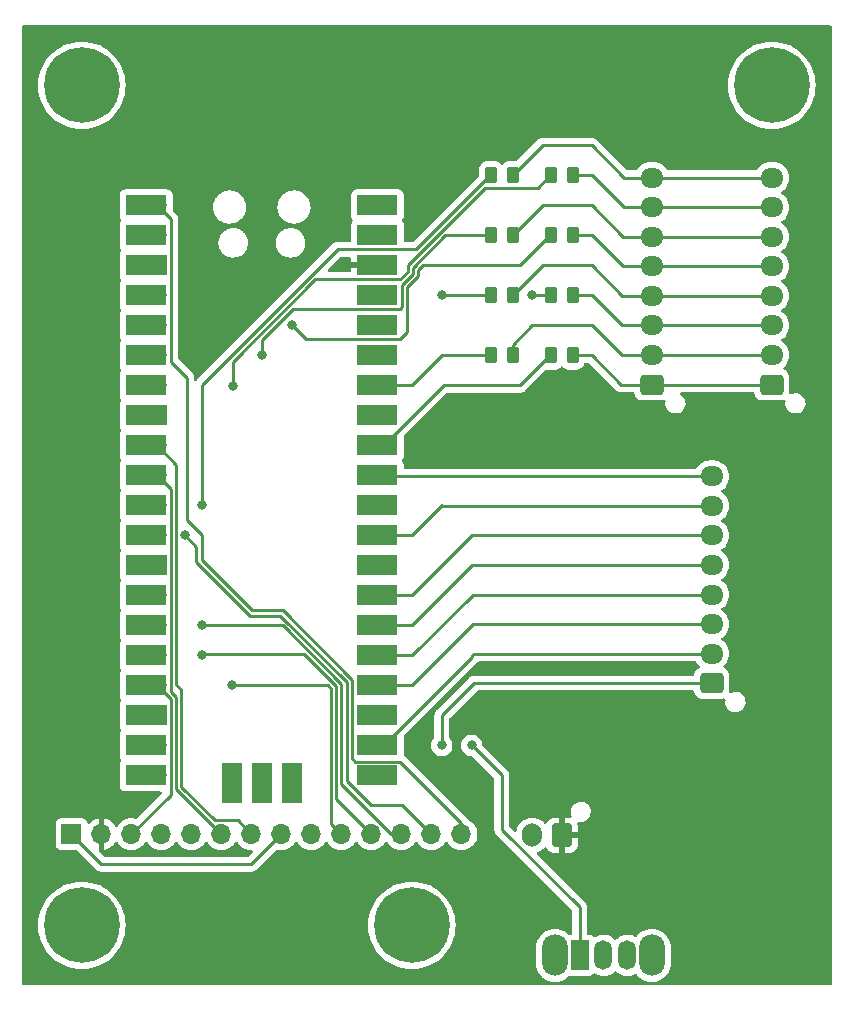
<source format=gbr>
%TF.GenerationSoftware,KiCad,Pcbnew,7.0.8*%
%TF.CreationDate,2025-06-12T15:39:47+08:00*%
%TF.ProjectId,PCB,5043422e-6b69-4636-9164-5f7063625858,rev?*%
%TF.SameCoordinates,Original*%
%TF.FileFunction,Copper,L1,Top*%
%TF.FilePolarity,Positive*%
%FSLAX46Y46*%
G04 Gerber Fmt 4.6, Leading zero omitted, Abs format (unit mm)*
G04 Created by KiCad (PCBNEW 7.0.8) date 2025-06-12 15:39:47*
%MOMM*%
%LPD*%
G01*
G04 APERTURE LIST*
G04 Aperture macros list*
%AMRoundRect*
0 Rectangle with rounded corners*
0 $1 Rounding radius*
0 $2 $3 $4 $5 $6 $7 $8 $9 X,Y pos of 4 corners*
0 Add a 4 corners polygon primitive as box body*
4,1,4,$2,$3,$4,$5,$6,$7,$8,$9,$2,$3,0*
0 Add four circle primitives for the rounded corners*
1,1,$1+$1,$2,$3*
1,1,$1+$1,$4,$5*
1,1,$1+$1,$6,$7*
1,1,$1+$1,$8,$9*
0 Add four rect primitives between the rounded corners*
20,1,$1+$1,$2,$3,$4,$5,0*
20,1,$1+$1,$4,$5,$6,$7,0*
20,1,$1+$1,$6,$7,$8,$9,0*
20,1,$1+$1,$8,$9,$2,$3,0*%
G04 Aperture macros list end*
%TA.AperFunction,ComponentPad*%
%ADD10RoundRect,0.250000X0.725000X-0.600000X0.725000X0.600000X-0.725000X0.600000X-0.725000X-0.600000X0*%
%TD*%
%TA.AperFunction,ComponentPad*%
%ADD11O,1.950000X1.700000*%
%TD*%
%TA.AperFunction,ComponentPad*%
%ADD12C,3.600000*%
%TD*%
%TA.AperFunction,ConnectorPad*%
%ADD13C,6.400000*%
%TD*%
%TA.AperFunction,SMDPad,CuDef*%
%ADD14RoundRect,0.250000X-0.262500X-0.450000X0.262500X-0.450000X0.262500X0.450000X-0.262500X0.450000X0*%
%TD*%
%TA.AperFunction,ComponentPad*%
%ADD15O,1.700000X1.700000*%
%TD*%
%TA.AperFunction,SMDPad,CuDef*%
%ADD16R,3.500000X1.700000*%
%TD*%
%TA.AperFunction,ComponentPad*%
%ADD17R,1.700000X1.700000*%
%TD*%
%TA.AperFunction,SMDPad,CuDef*%
%ADD18R,1.700000X3.500000*%
%TD*%
%TA.AperFunction,ComponentPad*%
%ADD19O,2.200000X3.500000*%
%TD*%
%TA.AperFunction,ComponentPad*%
%ADD20R,1.500000X2.500000*%
%TD*%
%TA.AperFunction,ComponentPad*%
%ADD21O,1.500000X2.500000*%
%TD*%
%TA.AperFunction,ComponentPad*%
%ADD22RoundRect,0.250000X0.600000X0.750000X-0.600000X0.750000X-0.600000X-0.750000X0.600000X-0.750000X0*%
%TD*%
%TA.AperFunction,ComponentPad*%
%ADD23O,1.700000X2.000000*%
%TD*%
%TA.AperFunction,ViaPad*%
%ADD24C,0.800000*%
%TD*%
%TA.AperFunction,Conductor*%
%ADD25C,0.250000*%
%TD*%
G04 APERTURE END LIST*
D10*
%TO.P,J2,1,Pin_1*%
%TO.N,Net-(J2-Pin_1)*%
X185420000Y-58340000D03*
D11*
%TO.P,J2,2,Pin_2*%
%TO.N,Net-(J2-Pin_2)*%
X185420000Y-55840000D03*
%TO.P,J2,3,Pin_3*%
%TO.N,Net-(J2-Pin_3)*%
X185420000Y-53340000D03*
%TO.P,J2,4,Pin_4*%
%TO.N,Net-(J2-Pin_4)*%
X185420000Y-50840000D03*
%TO.P,J2,5,Pin_5*%
%TO.N,Net-(J2-Pin_5)*%
X185420000Y-48340000D03*
%TO.P,J2,6,Pin_6*%
%TO.N,Net-(J2-Pin_6)*%
X185420000Y-45840000D03*
%TO.P,J2,7,Pin_7*%
%TO.N,Net-(J2-Pin_7)*%
X185420000Y-43340000D03*
%TO.P,J2,8,Pin_8*%
%TO.N,Net-(J2-Pin_8)*%
X185420000Y-40840000D03*
%TD*%
D12*
%TO.P,H4,1*%
%TO.N,N/C*%
X137160000Y-104140000D03*
D13*
X137160000Y-104140000D03*
%TD*%
D10*
%TO.P,J3,1,Pin_1*%
%TO.N,/input 16*%
X190500000Y-83620000D03*
D11*
%TO.P,J3,2,Pin_2*%
%TO.N,/input 17*%
X190500000Y-81120000D03*
%TO.P,J3,3,Pin_3*%
%TO.N,/input 18*%
X190500000Y-78620000D03*
%TO.P,J3,4,Pin_4*%
%TO.N,/input 19*%
X190500000Y-76120000D03*
%TO.P,J3,5,Pin_5*%
%TO.N,/input 20*%
X190500000Y-73620000D03*
%TO.P,J3,6,Pin_6*%
%TO.N,/input 21*%
X190500000Y-71120000D03*
%TO.P,J3,7,Pin_7*%
%TO.N,/input 22*%
X190500000Y-68620000D03*
%TO.P,J3,8,Pin_8*%
%TO.N,/input 26*%
X190500000Y-66120000D03*
%TD*%
D14*
%TO.P,R3,1*%
%TO.N,/output 1*%
X176887500Y-50800000D03*
%TO.P,R3,2*%
%TO.N,Net-(J2-Pin_3)*%
X178712500Y-50800000D03*
%TD*%
D15*
%TO.P,U1,1,GPIO0*%
%TO.N,Net-(J1-Pin_14)*%
X143510000Y-43180000D03*
D16*
X142610000Y-43180000D03*
D15*
%TO.P,U1,2,GPIO1*%
%TO.N,/output 1*%
X143510000Y-45720000D03*
D16*
X142610000Y-45720000D03*
D17*
%TO.P,U1,3,GND*%
%TO.N,unconnected-(U1-GND-Pad3)*%
X143510000Y-48260000D03*
D16*
X142610000Y-48260000D03*
D15*
%TO.P,U1,4,GPIO2*%
%TO.N,/output 2*%
X143510000Y-50800000D03*
D16*
X142610000Y-50800000D03*
D15*
%TO.P,U1,5,GPIO3*%
%TO.N,/output 3*%
X143510000Y-53340000D03*
D16*
X142610000Y-53340000D03*
D15*
%TO.P,U1,6,GPIO4*%
%TO.N,/output 4*%
X143510000Y-55880000D03*
D16*
X142610000Y-55880000D03*
D15*
%TO.P,U1,7,GPIO5*%
%TO.N,/output 5*%
X143510000Y-58420000D03*
D16*
X142610000Y-58420000D03*
D17*
%TO.P,U1,8,GND*%
%TO.N,unconnected-(U1-GND-Pad8)*%
X143510000Y-60960000D03*
D16*
X142610000Y-60960000D03*
D15*
%TO.P,U1,9,GPIO6*%
%TO.N,Net-(J1-Pin_7)*%
X143510000Y-63500000D03*
D16*
X142610000Y-63500000D03*
D15*
%TO.P,U1,10,GPIO7*%
%TO.N,Net-(J1-Pin_6)*%
X143510000Y-66040000D03*
D16*
X142610000Y-66040000D03*
D15*
%TO.P,U1,11,GPIO8*%
%TO.N,Net-(J1-Pin_13)*%
X143510000Y-68580000D03*
D16*
X142610000Y-68580000D03*
D15*
%TO.P,U1,12,GPIO9*%
%TO.N,/output 9*%
X143510000Y-71120000D03*
D16*
X142610000Y-71120000D03*
D17*
%TO.P,U1,13,GND*%
%TO.N,unconnected-(U1-GND-Pad13)*%
X143510000Y-73660000D03*
D16*
X142610000Y-73660000D03*
D15*
%TO.P,U1,14,GPIO10*%
%TO.N,Net-(J1-Pin_10)*%
X143510000Y-76200000D03*
D16*
X142610000Y-76200000D03*
D15*
%TO.P,U1,15,GPIO11*%
%TO.N,Net-(J1-Pin_12)*%
X143510000Y-78740000D03*
D16*
X142610000Y-78740000D03*
D15*
%TO.P,U1,16,GPIO12*%
%TO.N,Net-(J1-Pin_11)*%
X143510000Y-81280000D03*
D16*
X142610000Y-81280000D03*
D15*
%TO.P,U1,17,GPIO13*%
%TO.N,Net-(J1-Pin_3)*%
X143510000Y-83820000D03*
D16*
X142610000Y-83820000D03*
D17*
%TO.P,U1,18,GND*%
%TO.N,unconnected-(U1-GND-Pad18)*%
X143510000Y-86360000D03*
D16*
X142610000Y-86360000D03*
D15*
%TO.P,U1,19,GPIO14*%
%TO.N,Net-(J1-Pin_4)*%
X143510000Y-88900000D03*
D16*
X142610000Y-88900000D03*
D15*
%TO.P,U1,20,GPIO15*%
%TO.N,Net-(J1-Pin_5)*%
X143510000Y-91440000D03*
D16*
X142610000Y-91440000D03*
D15*
%TO.P,U1,21,GPIO16*%
%TO.N,/input 16*%
X161290000Y-91440000D03*
D16*
X162190000Y-91440000D03*
D15*
%TO.P,U1,22,GPIO17*%
%TO.N,/input 17*%
X161290000Y-88900000D03*
D16*
X162190000Y-88900000D03*
D17*
%TO.P,U1,23,GND*%
%TO.N,unconnected-(U1-GND-Pad23)*%
X161290000Y-86360000D03*
D16*
X162190000Y-86360000D03*
D15*
%TO.P,U1,24,GPIO18*%
%TO.N,/input 18*%
X161290000Y-83820000D03*
D16*
X162190000Y-83820000D03*
D15*
%TO.P,U1,25,GPIO19*%
%TO.N,/input 19*%
X161290000Y-81280000D03*
D16*
X162190000Y-81280000D03*
D15*
%TO.P,U1,26,GPIO20*%
%TO.N,/input 20*%
X161290000Y-78740000D03*
D16*
X162190000Y-78740000D03*
D15*
%TO.P,U1,27,GPIO21*%
%TO.N,/input 21*%
X161290000Y-76200000D03*
D16*
X162190000Y-76200000D03*
D17*
%TO.P,U1,28,GND*%
%TO.N,unconnected-(U1-GND-Pad28)*%
X161290000Y-73660000D03*
D16*
X162190000Y-73660000D03*
D15*
%TO.P,U1,29,GPIO22*%
%TO.N,/input 22*%
X161290000Y-71120000D03*
D16*
X162190000Y-71120000D03*
D15*
%TO.P,U1,30,RUN*%
%TO.N,unconnected-(U1-RUN-Pad30)*%
X161290000Y-68580000D03*
D16*
X162190000Y-68580000D03*
D15*
%TO.P,U1,31,GPIO26_ADC0*%
%TO.N,/input 26*%
X161290000Y-66040000D03*
D16*
X162190000Y-66040000D03*
D15*
%TO.P,U1,32,GPIO27_ADC1*%
%TO.N,/output 27*%
X161290000Y-63500000D03*
D16*
X162190000Y-63500000D03*
D17*
%TO.P,U1,33,AGND*%
%TO.N,unconnected-(U1-AGND-Pad33)*%
X161290000Y-60960000D03*
D16*
X162190000Y-60960000D03*
D15*
%TO.P,U1,34,GPIO28_ADC2*%
%TO.N,/output 28*%
X161290000Y-58420000D03*
D16*
X162190000Y-58420000D03*
D15*
%TO.P,U1,35,ADC_VREF*%
%TO.N,unconnected-(U1-ADC_VREF-Pad35)*%
X161290000Y-55880000D03*
D16*
X162190000Y-55880000D03*
D15*
%TO.P,U1,36,3V3*%
%TO.N,+3.3V*%
X161290000Y-53340000D03*
D16*
X162190000Y-53340000D03*
D15*
%TO.P,U1,37,3V3_EN*%
%TO.N,unconnected-(U1-3V3_EN-Pad37)*%
X161290000Y-50800000D03*
D16*
X162190000Y-50800000D03*
D17*
%TO.P,U1,38,GND*%
%TO.N,GND*%
X161290000Y-48260000D03*
D16*
X162190000Y-48260000D03*
D15*
%TO.P,U1,39,VSYS*%
%TO.N,/vsys*%
X161290000Y-45720000D03*
D16*
X162190000Y-45720000D03*
D15*
%TO.P,U1,40,VBUS*%
%TO.N,unconnected-(U1-VBUS-Pad40)*%
X161290000Y-43180000D03*
D16*
X162190000Y-43180000D03*
D15*
%TO.P,U1,41,SWCLK*%
%TO.N,unconnected-(U1-SWCLK-Pad41)*%
X149860000Y-91210000D03*
D18*
X149860000Y-92110000D03*
D17*
%TO.P,U1,42,GND*%
%TO.N,unconnected-(U1-GND-Pad42)*%
X152400000Y-91210000D03*
D18*
X152400000Y-92110000D03*
D15*
%TO.P,U1,43,SWDIO*%
%TO.N,unconnected-(U1-SWDIO-Pad43)*%
X154940000Y-91210000D03*
D18*
X154940000Y-92110000D03*
%TD*%
D19*
%TO.P,SW1,*%
%TO.N,*%
X177220000Y-106680000D03*
X185420000Y-106680000D03*
D20*
%TO.P,SW1,1,A*%
%TO.N,/vsys*%
X179320000Y-106680000D03*
D21*
%TO.P,SW1,2,B*%
%TO.N,Net-(J4-Pin_2)*%
X181320000Y-106680000D03*
%TO.P,SW1,3,C*%
%TO.N,unconnected-(SW1-C-Pad3)*%
X183320000Y-106680000D03*
%TD*%
D17*
%TO.P,J1,1,Pin_1*%
%TO.N,+3.3V*%
X136285000Y-96415000D03*
D15*
%TO.P,J1,2,Pin_2*%
%TO.N,GND*%
X138825000Y-96415000D03*
%TO.P,J1,3,Pin_3*%
%TO.N,Net-(J1-Pin_3)*%
X141365000Y-96415000D03*
%TO.P,J1,4,Pin_4*%
%TO.N,Net-(J1-Pin_4)*%
X143905000Y-96415000D03*
%TO.P,J1,5,Pin_5*%
%TO.N,Net-(J1-Pin_5)*%
X146445000Y-96415000D03*
%TO.P,J1,6,Pin_6*%
%TO.N,Net-(J1-Pin_6)*%
X148985000Y-96415000D03*
%TO.P,J1,7,Pin_7*%
%TO.N,Net-(J1-Pin_7)*%
X151525000Y-96415000D03*
%TO.P,J1,8,Pin_8*%
%TO.N,+3.3V*%
X154065000Y-96415000D03*
%TO.P,J1,9,Pin_9*%
%TO.N,unconnected-(J1-Pin_9-Pad9)*%
X156605000Y-96415000D03*
%TO.P,J1,10,Pin_10*%
%TO.N,Net-(J1-Pin_10)*%
X159145000Y-96415000D03*
%TO.P,J1,11,Pin_11*%
%TO.N,Net-(J1-Pin_11)*%
X161685000Y-96415000D03*
%TO.P,J1,12,Pin_12*%
%TO.N,Net-(J1-Pin_12)*%
X164225000Y-96415000D03*
%TO.P,J1,13,Pin_13*%
%TO.N,Net-(J1-Pin_13)*%
X166765000Y-96415000D03*
%TO.P,J1,14,Pin_14*%
%TO.N,Net-(J1-Pin_14)*%
X169305000Y-96415000D03*
%TD*%
D12*
%TO.P,H1,1*%
%TO.N,N/C*%
X137160000Y-33020000D03*
D13*
X137160000Y-33020000D03*
%TD*%
D14*
%TO.P,R2,1*%
%TO.N,/output 28*%
X171807500Y-55880000D03*
%TO.P,R2,2*%
%TO.N,Net-(J2-Pin_2)*%
X173632500Y-55880000D03*
%TD*%
%TO.P,R8,1*%
%TO.N,/output 9*%
X171807500Y-40640000D03*
%TO.P,R8,2*%
%TO.N,Net-(J2-Pin_8)*%
X173632500Y-40640000D03*
%TD*%
D12*
%TO.P,H2,1*%
%TO.N,N/C*%
X195580000Y-33020000D03*
D13*
X195580000Y-33020000D03*
%TD*%
D14*
%TO.P,R6,1*%
%TO.N,/output 4*%
X171807500Y-45720000D03*
%TO.P,R6,2*%
%TO.N,Net-(J2-Pin_6)*%
X173632500Y-45720000D03*
%TD*%
D12*
%TO.P,H3,1*%
%TO.N,N/C*%
X165100000Y-104140000D03*
D13*
X165100000Y-104140000D03*
%TD*%
D14*
%TO.P,R4,1*%
%TO.N,/output 2*%
X171807500Y-50800000D03*
%TO.P,R4,2*%
%TO.N,Net-(J2-Pin_4)*%
X173632500Y-50800000D03*
%TD*%
D10*
%TO.P,J5,1,Pin_1*%
%TO.N,Net-(J2-Pin_1)*%
X195580000Y-58340000D03*
D11*
%TO.P,J5,2,Pin_2*%
%TO.N,Net-(J2-Pin_2)*%
X195580000Y-55840000D03*
%TO.P,J5,3,Pin_3*%
%TO.N,Net-(J2-Pin_3)*%
X195580000Y-53340000D03*
%TO.P,J5,4,Pin_4*%
%TO.N,Net-(J2-Pin_4)*%
X195580000Y-50840000D03*
%TO.P,J5,5,Pin_5*%
%TO.N,Net-(J2-Pin_5)*%
X195580000Y-48340000D03*
%TO.P,J5,6,Pin_6*%
%TO.N,Net-(J2-Pin_6)*%
X195580000Y-45840000D03*
%TO.P,J5,7,Pin_7*%
%TO.N,Net-(J2-Pin_7)*%
X195580000Y-43340000D03*
%TO.P,J5,8,Pin_8*%
%TO.N,Net-(J2-Pin_8)*%
X195580000Y-40840000D03*
%TD*%
D14*
%TO.P,R1,1*%
%TO.N,/output 27*%
X176887500Y-55880000D03*
%TO.P,R1,2*%
%TO.N,Net-(J2-Pin_1)*%
X178712500Y-55880000D03*
%TD*%
D22*
%TO.P,J4,1,Pin_1*%
%TO.N,GND*%
X177800000Y-96520000D03*
D23*
%TO.P,J4,2,Pin_2*%
%TO.N,Net-(J4-Pin_2)*%
X175300000Y-96520000D03*
%TD*%
D14*
%TO.P,R7,1*%
%TO.N,/output 5*%
X176887500Y-40640000D03*
%TO.P,R7,2*%
%TO.N,Net-(J2-Pin_7)*%
X178712500Y-40640000D03*
%TD*%
%TO.P,R5,1*%
%TO.N,/output 3*%
X176887500Y-45720000D03*
%TO.P,R5,2*%
%TO.N,Net-(J2-Pin_5)*%
X178712500Y-45720000D03*
%TD*%
D24*
%TO.N,/input 16*%
X167640000Y-88900000D03*
%TO.N,/vsys*%
X170180000Y-88900000D03*
%TO.N,Net-(J1-Pin_10)*%
X149860000Y-83820000D03*
%TO.N,Net-(J1-Pin_11)*%
X147320000Y-81280000D03*
%TO.N,Net-(J1-Pin_12)*%
X147320000Y-78740000D03*
%TO.N,Net-(J1-Pin_13)*%
X145859500Y-71120000D03*
%TO.N,GND*%
X157480000Y-45720000D03*
%TO.N,/output 5*%
X149927489Y-58487489D03*
%TO.N,/output 4*%
X152400000Y-55880000D03*
%TO.N,/output 3*%
X154940000Y-53340000D03*
%TO.N,/output 2*%
X167640000Y-50800000D03*
%TO.N,/output 1*%
X175260000Y-50800000D03*
%TO.N,/output 9*%
X147320000Y-68580000D03*
%TD*%
D25*
%TO.N,/vsys*%
X172720000Y-91440000D02*
X170180000Y-88900000D01*
X172720000Y-96020000D02*
X172720000Y-91440000D01*
X179320000Y-102620000D02*
X172720000Y-96020000D01*
%TO.N,/input 16*%
X167640000Y-86360000D02*
X167640000Y-88900000D01*
X170380000Y-83620000D02*
X167640000Y-86360000D01*
X190500000Y-83620000D02*
X170380000Y-83620000D01*
%TO.N,/input 17*%
X170180000Y-81280000D02*
X170180000Y-81429620D01*
X162709620Y-88900000D02*
X161290000Y-88900000D01*
X170340000Y-81120000D02*
X170180000Y-81280000D01*
X170180000Y-81429620D02*
X162709620Y-88900000D01*
X190500000Y-81120000D02*
X170340000Y-81120000D01*
%TO.N,/input 18*%
X165100000Y-83820000D02*
X161290000Y-83820000D01*
X170300000Y-78620000D02*
X165100000Y-83820000D01*
X190500000Y-78620000D02*
X170300000Y-78620000D01*
%TO.N,/input 19*%
X165100000Y-81280000D02*
X161290000Y-81280000D01*
X170260000Y-76120000D02*
X165100000Y-81280000D01*
X190500000Y-76120000D02*
X170260000Y-76120000D01*
%TO.N,/input 20*%
X165100000Y-78740000D02*
X161290000Y-78740000D01*
X170220000Y-73620000D02*
X165100000Y-78740000D01*
X190500000Y-73620000D02*
X170220000Y-73620000D01*
%TO.N,/input 21*%
X165100000Y-76200000D02*
X161290000Y-76200000D01*
X170180000Y-71120000D02*
X165100000Y-76200000D01*
X190500000Y-71120000D02*
X170180000Y-71120000D01*
%TO.N,/input 22*%
X165100000Y-71120000D02*
X161290000Y-71120000D01*
X167640000Y-68580000D02*
X165100000Y-71120000D01*
X167680000Y-68620000D02*
X167640000Y-68580000D01*
X190500000Y-68620000D02*
X167680000Y-68620000D01*
%TO.N,/input 26*%
X161370000Y-66120000D02*
X161290000Y-66040000D01*
X190500000Y-66120000D02*
X161370000Y-66120000D01*
%TO.N,+3.3V*%
X138825000Y-98955000D02*
X151525000Y-98955000D01*
X151525000Y-98955000D02*
X154065000Y-96415000D01*
X136285000Y-96415000D02*
X138825000Y-98955000D01*
%TO.N,Net-(J1-Pin_3)*%
X144685000Y-84995000D02*
X143510000Y-83820000D01*
X144685000Y-93095000D02*
X144685000Y-84995000D01*
X141365000Y-96415000D02*
X144685000Y-93095000D01*
%TO.N,Net-(J1-Pin_6)*%
X144685000Y-84358604D02*
X144685000Y-67215000D01*
X145135000Y-92565000D02*
X145135000Y-84808604D01*
X145135000Y-84808604D02*
X144685000Y-84358604D01*
X144685000Y-67215000D02*
X143510000Y-66040000D01*
X148985000Y-96415000D02*
X145135000Y-92565000D01*
%TO.N,Net-(J1-Pin_7)*%
X150354656Y-95244656D02*
X148451052Y-95244656D01*
X145585000Y-92378604D02*
X145585000Y-84165000D01*
X145585000Y-84165000D02*
X145135000Y-83715000D01*
X151525000Y-96415000D02*
X150354656Y-95244656D01*
X145135000Y-65125000D02*
X143510000Y-63500000D01*
X145135000Y-83715000D02*
X145135000Y-65125000D01*
X148451052Y-95244656D02*
X145585000Y-92378604D01*
%TO.N,Net-(J1-Pin_10)*%
X157977208Y-83820000D02*
X158245000Y-84087792D01*
X149860000Y-83820000D02*
X157977208Y-83820000D01*
X158245000Y-84087792D02*
X158245000Y-95515000D01*
X158245000Y-95515000D02*
X159145000Y-96415000D01*
%TO.N,Net-(J1-Pin_11)*%
X155968604Y-81175000D02*
X158695000Y-83901396D01*
X147320000Y-81280000D02*
X147425000Y-81175000D01*
X147425000Y-81175000D02*
X155968604Y-81175000D01*
X158695000Y-83901396D02*
X158695000Y-93425000D01*
X158695000Y-93425000D02*
X161685000Y-96415000D01*
%TO.N,Net-(J1-Pin_12)*%
X159145000Y-92185000D02*
X163375000Y-96415000D01*
X163375000Y-96415000D02*
X164225000Y-96415000D01*
X147320000Y-78740000D02*
X154170000Y-78740000D01*
X154170000Y-78740000D02*
X159145000Y-83715000D01*
X159145000Y-83715000D02*
X159145000Y-92185000D01*
%TO.N,Net-(J1-Pin_13)*%
X151419500Y-77910000D02*
X153976396Y-77910000D01*
X164265000Y-93915000D02*
X166765000Y-96415000D01*
X159595000Y-83528604D02*
X159595000Y-91904620D01*
X161605380Y-93915000D02*
X164265000Y-93915000D01*
X153976396Y-77910000D02*
X159595000Y-83528604D01*
X146870000Y-73360500D02*
X151419500Y-77910000D01*
X145859500Y-71120000D02*
X146870000Y-72130500D01*
X159595000Y-91904620D02*
X161605380Y-93915000D01*
X146870000Y-72130500D02*
X146870000Y-73360500D01*
%TO.N,Net-(J1-Pin_14)*%
X164074620Y-90265000D02*
X160305380Y-90265000D01*
X144685000Y-44355000D02*
X143510000Y-43180000D01*
X160045000Y-83342208D02*
X154162792Y-77460000D01*
X151605896Y-77460000D02*
X147320000Y-73174104D01*
X160045000Y-90004620D02*
X160045000Y-83342208D01*
X169305000Y-96415000D02*
X169305000Y-95495380D01*
X147320000Y-71120000D02*
X146035000Y-69835000D01*
X147320000Y-73174104D02*
X147320000Y-71120000D01*
X144685000Y-56418604D02*
X144685000Y-44355000D01*
X154162792Y-77460000D02*
X151605896Y-77460000D01*
X146035000Y-69835000D02*
X146035000Y-57768604D01*
X160305380Y-90265000D02*
X160045000Y-90004620D01*
X146035000Y-57768604D02*
X144685000Y-56418604D01*
X169305000Y-95495380D02*
X164074620Y-90265000D01*
%TO.N,Net-(J2-Pin_7)*%
X185420000Y-43340000D02*
X183040000Y-43340000D01*
X183040000Y-43340000D02*
X180340000Y-40640000D01*
X180340000Y-40640000D02*
X178712500Y-40640000D01*
X195580000Y-43340000D02*
X185420000Y-43340000D01*
%TO.N,Net-(J2-Pin_6)*%
X183000000Y-45840000D02*
X185420000Y-45840000D01*
X180340000Y-43180000D02*
X183000000Y-45840000D01*
X176172500Y-43180000D02*
X180340000Y-43180000D01*
X173632500Y-45720000D02*
X176172500Y-43180000D01*
X195580000Y-45840000D02*
X185420000Y-45840000D01*
%TO.N,Net-(J2-Pin_5)*%
X185420000Y-48340000D02*
X182960000Y-48340000D01*
X182960000Y-48340000D02*
X180340000Y-45720000D01*
X180340000Y-45720000D02*
X178712500Y-45720000D01*
X195580000Y-48340000D02*
X185420000Y-48340000D01*
%TO.N,Net-(J2-Pin_4)*%
X195580000Y-50840000D02*
X185420000Y-50840000D01*
X182920000Y-50840000D02*
X185420000Y-50840000D01*
X176172500Y-48260000D02*
X180340000Y-48260000D01*
X180340000Y-48260000D02*
X182920000Y-50840000D01*
X173632500Y-50800000D02*
X176172500Y-48260000D01*
%TO.N,Net-(J2-Pin_3)*%
X182880000Y-53340000D02*
X180340000Y-50800000D01*
X195580000Y-53340000D02*
X185420000Y-53340000D01*
X185420000Y-53340000D02*
X182880000Y-53340000D01*
X180340000Y-50800000D02*
X178712500Y-50800000D01*
%TO.N,Net-(J2-Pin_2)*%
X195580000Y-55840000D02*
X185420000Y-55840000D01*
X173632500Y-55880000D02*
X173632500Y-54967500D01*
X175260000Y-53340000D02*
X180340000Y-53340000D01*
X182880000Y-55880000D02*
X182920000Y-55840000D01*
X182920000Y-55840000D02*
X185420000Y-55840000D01*
X173632500Y-54967500D02*
X175260000Y-53340000D01*
X180340000Y-53340000D02*
X182880000Y-55880000D01*
%TO.N,Net-(J2-Pin_1)*%
X182800000Y-58340000D02*
X180340000Y-55880000D01*
X195580000Y-58340000D02*
X185420000Y-58340000D01*
X185420000Y-58340000D02*
X182800000Y-58340000D01*
X180340000Y-55880000D02*
X178712500Y-55880000D01*
%TO.N,Net-(J2-Pin_8)*%
X180340000Y-38100000D02*
X183080000Y-40840000D01*
X173632500Y-40640000D02*
X176172500Y-38100000D01*
X183080000Y-40840000D02*
X185420000Y-40840000D01*
X195580000Y-40840000D02*
X185420000Y-40840000D01*
X176172500Y-38100000D02*
X180340000Y-38100000D01*
%TO.N,unconnected-(J1-Pin_9-Pad9)*%
X156605000Y-96415000D02*
X156185380Y-96415000D01*
%TO.N,/output 5*%
X175775000Y-41665000D02*
X171331396Y-41665000D01*
X156941396Y-49435000D02*
X149927489Y-56448907D01*
X176800000Y-40640000D02*
X175775000Y-41665000D01*
X171331396Y-41665000D02*
X164736396Y-48260000D01*
X164074620Y-49435000D02*
X156941396Y-49435000D01*
X149927489Y-56448907D02*
X149927489Y-58487489D01*
X164736396Y-48260000D02*
X164736396Y-48773224D01*
X164736396Y-48773224D02*
X164074620Y-49435000D01*
%TO.N,/output 4*%
X165186396Y-48446396D02*
X167912792Y-45720000D01*
X152400000Y-54612792D02*
X155037792Y-51975000D01*
X164074620Y-51975000D02*
X164265000Y-51784620D01*
X165186396Y-48959620D02*
X165186396Y-48446396D01*
X152400000Y-55880000D02*
X152400000Y-54612792D01*
X164265000Y-49881016D02*
X165186396Y-48959620D01*
X167912792Y-45720000D02*
X171720000Y-45720000D01*
X164265000Y-51784620D02*
X164265000Y-49881016D01*
X155037792Y-51975000D02*
X164074620Y-51975000D01*
%TO.N,/output 3*%
X164074620Y-54515000D02*
X156115000Y-54515000D01*
X176800000Y-45720000D02*
X174260000Y-48260000D01*
X165636396Y-48632792D02*
X165636396Y-49146016D01*
X174260000Y-48260000D02*
X166009188Y-48260000D01*
X165636396Y-49146016D02*
X164715000Y-50067412D01*
X156115000Y-54515000D02*
X154940000Y-53340000D01*
X164715000Y-53874620D02*
X164074620Y-54515000D01*
X166009188Y-48260000D02*
X165636396Y-48632792D01*
X164715000Y-50067412D02*
X164715000Y-53874620D01*
%TO.N,/output 2*%
X171720000Y-50800000D02*
X167640000Y-50800000D01*
%TO.N,/output 1*%
X176800000Y-50800000D02*
X175260000Y-50800000D01*
%TO.N,/output 28*%
X171720000Y-55880000D02*
X167640000Y-55880000D01*
X165100000Y-58420000D02*
X161290000Y-58420000D01*
X167640000Y-55880000D02*
X165100000Y-58420000D01*
%TO.N,/output 27*%
X162709620Y-63500000D02*
X161290000Y-63500000D01*
X167789620Y-58420000D02*
X162709620Y-63500000D01*
X176800000Y-55880000D02*
X174260000Y-58420000D01*
X174260000Y-58420000D02*
X167789620Y-58420000D01*
%TO.N,/output 9*%
X165465000Y-46895000D02*
X158845000Y-46895000D01*
X147320000Y-58420000D02*
X147320000Y-68580000D01*
X171720000Y-40640000D02*
X165465000Y-46895000D01*
X158845000Y-46895000D02*
X147320000Y-58420000D01*
%TO.N,/vsys*%
X179320000Y-106680000D02*
X179320000Y-102620000D01*
%TD*%
%TA.AperFunction,Conductor*%
%TO.N,GND*%
G36*
X139075000Y-97745633D02*
G01*
X139288483Y-97688433D01*
X139288492Y-97688429D01*
X139502578Y-97588600D01*
X139696082Y-97453105D01*
X139863105Y-97286082D01*
X139993119Y-97100405D01*
X140047696Y-97056781D01*
X140117195Y-97049588D01*
X140179549Y-97081110D01*
X140196269Y-97100405D01*
X140326505Y-97286401D01*
X140493599Y-97453495D01*
X140590384Y-97521265D01*
X140687165Y-97589032D01*
X140687167Y-97589033D01*
X140687170Y-97589035D01*
X140901337Y-97688903D01*
X141129592Y-97750063D01*
X141306034Y-97765500D01*
X141364999Y-97770659D01*
X141365000Y-97770659D01*
X141365001Y-97770659D01*
X141423966Y-97765500D01*
X141600408Y-97750063D01*
X141828663Y-97688903D01*
X142042830Y-97589035D01*
X142236401Y-97453495D01*
X142403495Y-97286401D01*
X142533425Y-97100842D01*
X142588002Y-97057217D01*
X142657500Y-97050023D01*
X142719855Y-97081546D01*
X142736575Y-97100842D01*
X142866500Y-97286395D01*
X142866505Y-97286401D01*
X143033599Y-97453495D01*
X143130384Y-97521265D01*
X143227165Y-97589032D01*
X143227167Y-97589033D01*
X143227170Y-97589035D01*
X143441337Y-97688903D01*
X143669592Y-97750063D01*
X143846034Y-97765500D01*
X143904999Y-97770659D01*
X143905000Y-97770659D01*
X143905001Y-97770659D01*
X143963966Y-97765500D01*
X144140408Y-97750063D01*
X144368663Y-97688903D01*
X144582830Y-97589035D01*
X144776401Y-97453495D01*
X144943495Y-97286401D01*
X145073425Y-97100842D01*
X145128002Y-97057217D01*
X145197500Y-97050023D01*
X145259855Y-97081546D01*
X145276575Y-97100842D01*
X145406500Y-97286395D01*
X145406505Y-97286401D01*
X145573599Y-97453495D01*
X145670384Y-97521265D01*
X145767165Y-97589032D01*
X145767167Y-97589033D01*
X145767170Y-97589035D01*
X145981337Y-97688903D01*
X146209592Y-97750063D01*
X146386034Y-97765500D01*
X146444999Y-97770659D01*
X146445000Y-97770659D01*
X146445001Y-97770659D01*
X146503966Y-97765500D01*
X146680408Y-97750063D01*
X146908663Y-97688903D01*
X147122830Y-97589035D01*
X147316401Y-97453495D01*
X147483495Y-97286401D01*
X147613425Y-97100842D01*
X147668002Y-97057217D01*
X147737500Y-97050023D01*
X147799855Y-97081546D01*
X147816575Y-97100842D01*
X147946500Y-97286395D01*
X147946505Y-97286401D01*
X148113599Y-97453495D01*
X148210384Y-97521265D01*
X148307165Y-97589032D01*
X148307167Y-97589033D01*
X148307170Y-97589035D01*
X148521337Y-97688903D01*
X148749592Y-97750063D01*
X148926034Y-97765500D01*
X148984999Y-97770659D01*
X148985000Y-97770659D01*
X148985001Y-97770659D01*
X149043966Y-97765500D01*
X149220408Y-97750063D01*
X149448663Y-97688903D01*
X149662830Y-97589035D01*
X149856401Y-97453495D01*
X150023495Y-97286401D01*
X150153425Y-97100842D01*
X150208002Y-97057217D01*
X150277500Y-97050023D01*
X150339855Y-97081546D01*
X150356575Y-97100842D01*
X150486500Y-97286395D01*
X150486505Y-97286401D01*
X150653599Y-97453495D01*
X150750384Y-97521265D01*
X150847165Y-97589032D01*
X150847167Y-97589033D01*
X150847170Y-97589035D01*
X151061337Y-97688903D01*
X151289592Y-97750063D01*
X151466034Y-97765500D01*
X151524999Y-97770659D01*
X151525387Y-97770659D01*
X151525551Y-97770707D01*
X151530394Y-97771131D01*
X151530308Y-97772104D01*
X151592426Y-97790344D01*
X151638181Y-97843148D01*
X151648125Y-97912306D01*
X151619100Y-97975862D01*
X151613068Y-97982340D01*
X151302228Y-98293181D01*
X151240905Y-98326666D01*
X151214547Y-98329500D01*
X139135453Y-98329500D01*
X139068414Y-98309815D01*
X139047772Y-98293181D01*
X138611319Y-97856728D01*
X138577834Y-97795405D01*
X138575000Y-97769047D01*
X138575000Y-96850501D01*
X138682685Y-96899680D01*
X138789237Y-96915000D01*
X138860763Y-96915000D01*
X138967315Y-96899680D01*
X139075000Y-96850501D01*
X139075000Y-97745633D01*
G37*
%TD.AperFunction*%
%TA.AperFunction,Conductor*%
G36*
X159883039Y-47540185D02*
G01*
X159928794Y-47592989D01*
X159940000Y-47644500D01*
X159940000Y-48010000D01*
X160844428Y-48010000D01*
X160821318Y-48045960D01*
X160780000Y-48186673D01*
X160780000Y-48333327D01*
X160821318Y-48474040D01*
X160844428Y-48510000D01*
X159940000Y-48510000D01*
X159940000Y-48685500D01*
X159920315Y-48752539D01*
X159867511Y-48798294D01*
X159816000Y-48809500D01*
X158114453Y-48809500D01*
X158047414Y-48789815D01*
X158001659Y-48737011D01*
X157991715Y-48667853D01*
X158020740Y-48604297D01*
X158026772Y-48597819D01*
X159067772Y-47556819D01*
X159129095Y-47523334D01*
X159155453Y-47520500D01*
X159816000Y-47520500D01*
X159883039Y-47540185D01*
G37*
%TD.AperFunction*%
%TA.AperFunction,Conductor*%
G36*
X162383039Y-48029685D02*
G01*
X162428794Y-48082489D01*
X162440000Y-48134000D01*
X162440000Y-48386000D01*
X162420315Y-48453039D01*
X162367511Y-48498794D01*
X162316000Y-48510000D01*
X161735572Y-48510000D01*
X161758682Y-48474040D01*
X161800000Y-48333327D01*
X161800000Y-48186673D01*
X161758682Y-48045960D01*
X161735572Y-48010000D01*
X162316000Y-48010000D01*
X162383039Y-48029685D01*
G37*
%TD.AperFunction*%
%TA.AperFunction,Conductor*%
G36*
X200602539Y-27960185D02*
G01*
X200648294Y-28012989D01*
X200659500Y-28064500D01*
X200659500Y-109095500D01*
X200639815Y-109162539D01*
X200587011Y-109208294D01*
X200535500Y-109219500D01*
X132204500Y-109219500D01*
X132137461Y-109199815D01*
X132091706Y-109147011D01*
X132080500Y-109095500D01*
X132080500Y-104140000D01*
X133454422Y-104140000D01*
X133474722Y-104527339D01*
X133486157Y-104599534D01*
X133535398Y-104910433D01*
X133601408Y-105156788D01*
X133635788Y-105285094D01*
X133774787Y-105647197D01*
X133950877Y-105992793D01*
X134162122Y-106318082D01*
X134162124Y-106318084D01*
X134406219Y-106619516D01*
X134680484Y-106893781D01*
X134680488Y-106893784D01*
X134981917Y-107137877D01*
X135307206Y-107349122D01*
X135307211Y-107349125D01*
X135652806Y-107525214D01*
X136014913Y-107664214D01*
X136389567Y-107764602D01*
X136772662Y-107825278D01*
X137138576Y-107844455D01*
X137159999Y-107845578D01*
X137160000Y-107845578D01*
X137160001Y-107845578D01*
X137180301Y-107844514D01*
X137547338Y-107825278D01*
X137930433Y-107764602D01*
X138305087Y-107664214D01*
X138667194Y-107525214D01*
X139012789Y-107349125D01*
X139338084Y-107137876D01*
X139639516Y-106893781D01*
X139913781Y-106619516D01*
X140157876Y-106318084D01*
X140369125Y-105992789D01*
X140545214Y-105647194D01*
X140684214Y-105285087D01*
X140784602Y-104910433D01*
X140845278Y-104527338D01*
X140865578Y-104140000D01*
X161394422Y-104140000D01*
X161414722Y-104527339D01*
X161426157Y-104599534D01*
X161475398Y-104910433D01*
X161541408Y-105156788D01*
X161575788Y-105285094D01*
X161714787Y-105647197D01*
X161890877Y-105992793D01*
X162102122Y-106318082D01*
X162102124Y-106318084D01*
X162346219Y-106619516D01*
X162620484Y-106893781D01*
X162620488Y-106893784D01*
X162921917Y-107137877D01*
X163247206Y-107349122D01*
X163247211Y-107349125D01*
X163592806Y-107525214D01*
X163954913Y-107664214D01*
X164329567Y-107764602D01*
X164712662Y-107825278D01*
X165078576Y-107844455D01*
X165099999Y-107845578D01*
X165100000Y-107845578D01*
X165100001Y-107845578D01*
X165120301Y-107844514D01*
X165487338Y-107825278D01*
X165870433Y-107764602D01*
X166245087Y-107664214D01*
X166607194Y-107525214D01*
X166952789Y-107349125D01*
X167278084Y-107137876D01*
X167579516Y-106893781D01*
X167853781Y-106619516D01*
X168097876Y-106318084D01*
X168309125Y-105992789D01*
X168485214Y-105647194D01*
X168624214Y-105285087D01*
X168724602Y-104910433D01*
X168785278Y-104527338D01*
X168805578Y-104140000D01*
X168785278Y-103752662D01*
X168724602Y-103369567D01*
X168624214Y-102994913D01*
X168485214Y-102632806D01*
X168309125Y-102287211D01*
X168274293Y-102233574D01*
X168097877Y-101961917D01*
X167853784Y-101660488D01*
X167853781Y-101660484D01*
X167579516Y-101386219D01*
X167278084Y-101142124D01*
X167278082Y-101142122D01*
X166952793Y-100930877D01*
X166607197Y-100754787D01*
X166245094Y-100615788D01*
X166245087Y-100615786D01*
X165870433Y-100515398D01*
X165870429Y-100515397D01*
X165870428Y-100515397D01*
X165487339Y-100454722D01*
X165100001Y-100434422D01*
X165099999Y-100434422D01*
X164712660Y-100454722D01*
X164329572Y-100515397D01*
X164329570Y-100515397D01*
X163954905Y-100615788D01*
X163592802Y-100754787D01*
X163247206Y-100930877D01*
X162921917Y-101142122D01*
X162620488Y-101386215D01*
X162620480Y-101386222D01*
X162346222Y-101660480D01*
X162346215Y-101660488D01*
X162102122Y-101961917D01*
X161890877Y-102287206D01*
X161714787Y-102632802D01*
X161575788Y-102994905D01*
X161475397Y-103369570D01*
X161475397Y-103369572D01*
X161414722Y-103752660D01*
X161394422Y-104139999D01*
X161394422Y-104140000D01*
X140865578Y-104140000D01*
X140845278Y-103752662D01*
X140784602Y-103369567D01*
X140684214Y-102994913D01*
X140545214Y-102632806D01*
X140369125Y-102287211D01*
X140334293Y-102233574D01*
X140157877Y-101961917D01*
X139913784Y-101660488D01*
X139913781Y-101660484D01*
X139639516Y-101386219D01*
X139338084Y-101142124D01*
X139338082Y-101142122D01*
X139012793Y-100930877D01*
X138667197Y-100754787D01*
X138305094Y-100615788D01*
X138305087Y-100615786D01*
X137930433Y-100515398D01*
X137930429Y-100515397D01*
X137930428Y-100515397D01*
X137547339Y-100454722D01*
X137160001Y-100434422D01*
X137159999Y-100434422D01*
X136772660Y-100454722D01*
X136389572Y-100515397D01*
X136389570Y-100515397D01*
X136014905Y-100615788D01*
X135652802Y-100754787D01*
X135307206Y-100930877D01*
X134981917Y-101142122D01*
X134680488Y-101386215D01*
X134680480Y-101386222D01*
X134406222Y-101660480D01*
X134406215Y-101660488D01*
X134162122Y-101961917D01*
X133950877Y-102287206D01*
X133774787Y-102632802D01*
X133635788Y-102994905D01*
X133535397Y-103369570D01*
X133535397Y-103369572D01*
X133474722Y-103752660D01*
X133454422Y-104139999D01*
X133454422Y-104140000D01*
X132080500Y-104140000D01*
X132080500Y-97312870D01*
X134934500Y-97312870D01*
X134934501Y-97312876D01*
X134940908Y-97372483D01*
X134991202Y-97507328D01*
X134991206Y-97507335D01*
X135077452Y-97622544D01*
X135077455Y-97622547D01*
X135192664Y-97708793D01*
X135192671Y-97708797D01*
X135327517Y-97759091D01*
X135327516Y-97759091D01*
X135334444Y-97759835D01*
X135387127Y-97765500D01*
X136699546Y-97765499D01*
X136766585Y-97785184D01*
X136787227Y-97801818D01*
X138324197Y-99338788D01*
X138334022Y-99351051D01*
X138334243Y-99350869D01*
X138339214Y-99356878D01*
X138360043Y-99376437D01*
X138389635Y-99404226D01*
X138410529Y-99425120D01*
X138416011Y-99429373D01*
X138420443Y-99433157D01*
X138454418Y-99465062D01*
X138471976Y-99474714D01*
X138488235Y-99485395D01*
X138504064Y-99497673D01*
X138546838Y-99516182D01*
X138552056Y-99518738D01*
X138592908Y-99541197D01*
X138612316Y-99546180D01*
X138630717Y-99552480D01*
X138649104Y-99560437D01*
X138692488Y-99567308D01*
X138695119Y-99567725D01*
X138700839Y-99568909D01*
X138745981Y-99580500D01*
X138766016Y-99580500D01*
X138785414Y-99582026D01*
X138805194Y-99585159D01*
X138805195Y-99585160D01*
X138805195Y-99585159D01*
X138805196Y-99585160D01*
X138851584Y-99580775D01*
X138857422Y-99580500D01*
X151442257Y-99580500D01*
X151457877Y-99582224D01*
X151457904Y-99581939D01*
X151465660Y-99582671D01*
X151465667Y-99582673D01*
X151534814Y-99580500D01*
X151564350Y-99580500D01*
X151571228Y-99579630D01*
X151577041Y-99579172D01*
X151623627Y-99577709D01*
X151642869Y-99572117D01*
X151661912Y-99568174D01*
X151681792Y-99565664D01*
X151725122Y-99548507D01*
X151730646Y-99546617D01*
X151734396Y-99545527D01*
X151775390Y-99533618D01*
X151792629Y-99523422D01*
X151810103Y-99514862D01*
X151828727Y-99507488D01*
X151828727Y-99507487D01*
X151828732Y-99507486D01*
X151866449Y-99480082D01*
X151871305Y-99476892D01*
X151911420Y-99453170D01*
X151925589Y-99438999D01*
X151940379Y-99426368D01*
X151956587Y-99414594D01*
X151986299Y-99378676D01*
X151990212Y-99374376D01*
X153609353Y-97755235D01*
X153670674Y-97721752D01*
X153729125Y-97723143D01*
X153763780Y-97732428D01*
X153829592Y-97750063D01*
X154006034Y-97765500D01*
X154064999Y-97770659D01*
X154065000Y-97770659D01*
X154065001Y-97770659D01*
X154123966Y-97765500D01*
X154300408Y-97750063D01*
X154528663Y-97688903D01*
X154742830Y-97589035D01*
X154936401Y-97453495D01*
X155103495Y-97286401D01*
X155233425Y-97100842D01*
X155288002Y-97057217D01*
X155357500Y-97050023D01*
X155419855Y-97081546D01*
X155436575Y-97100842D01*
X155566500Y-97286395D01*
X155566505Y-97286401D01*
X155733599Y-97453495D01*
X155830384Y-97521265D01*
X155927165Y-97589032D01*
X155927167Y-97589033D01*
X155927170Y-97589035D01*
X156141337Y-97688903D01*
X156369592Y-97750063D01*
X156546034Y-97765500D01*
X156604999Y-97770659D01*
X156605000Y-97770659D01*
X156605001Y-97770659D01*
X156663966Y-97765500D01*
X156840408Y-97750063D01*
X157068663Y-97688903D01*
X157282830Y-97589035D01*
X157476401Y-97453495D01*
X157643495Y-97286401D01*
X157773425Y-97100842D01*
X157828002Y-97057217D01*
X157897500Y-97050023D01*
X157959855Y-97081546D01*
X157976575Y-97100842D01*
X158106500Y-97286395D01*
X158106505Y-97286401D01*
X158273599Y-97453495D01*
X158370384Y-97521265D01*
X158467165Y-97589032D01*
X158467167Y-97589033D01*
X158467170Y-97589035D01*
X158681337Y-97688903D01*
X158909592Y-97750063D01*
X159086034Y-97765500D01*
X159144999Y-97770659D01*
X159145000Y-97770659D01*
X159145001Y-97770659D01*
X159203966Y-97765500D01*
X159380408Y-97750063D01*
X159608663Y-97688903D01*
X159822830Y-97589035D01*
X160016401Y-97453495D01*
X160183495Y-97286401D01*
X160313425Y-97100842D01*
X160368002Y-97057217D01*
X160437500Y-97050023D01*
X160499855Y-97081546D01*
X160516575Y-97100842D01*
X160646500Y-97286395D01*
X160646505Y-97286401D01*
X160813599Y-97453495D01*
X160910384Y-97521265D01*
X161007165Y-97589032D01*
X161007167Y-97589033D01*
X161007170Y-97589035D01*
X161221337Y-97688903D01*
X161449592Y-97750063D01*
X161626034Y-97765500D01*
X161684999Y-97770659D01*
X161685000Y-97770659D01*
X161685001Y-97770659D01*
X161743966Y-97765500D01*
X161920408Y-97750063D01*
X162148663Y-97688903D01*
X162362830Y-97589035D01*
X162556401Y-97453495D01*
X162723495Y-97286401D01*
X162853425Y-97100842D01*
X162908002Y-97057217D01*
X162977500Y-97050023D01*
X163039855Y-97081546D01*
X163056575Y-97100842D01*
X163186500Y-97286395D01*
X163186505Y-97286401D01*
X163353599Y-97453495D01*
X163450384Y-97521265D01*
X163547165Y-97589032D01*
X163547167Y-97589033D01*
X163547170Y-97589035D01*
X163761337Y-97688903D01*
X163989592Y-97750063D01*
X164166034Y-97765500D01*
X164224999Y-97770659D01*
X164225000Y-97770659D01*
X164225001Y-97770659D01*
X164283966Y-97765500D01*
X164460408Y-97750063D01*
X164688663Y-97688903D01*
X164902830Y-97589035D01*
X165096401Y-97453495D01*
X165263495Y-97286401D01*
X165393425Y-97100842D01*
X165448002Y-97057217D01*
X165517500Y-97050023D01*
X165579855Y-97081546D01*
X165596575Y-97100842D01*
X165726500Y-97286395D01*
X165726505Y-97286401D01*
X165893599Y-97453495D01*
X165990384Y-97521265D01*
X166087165Y-97589032D01*
X166087167Y-97589033D01*
X166087170Y-97589035D01*
X166301337Y-97688903D01*
X166529592Y-97750063D01*
X166706034Y-97765500D01*
X166764999Y-97770659D01*
X166765000Y-97770659D01*
X166765001Y-97770659D01*
X166823966Y-97765500D01*
X167000408Y-97750063D01*
X167228663Y-97688903D01*
X167442830Y-97589035D01*
X167636401Y-97453495D01*
X167803495Y-97286401D01*
X167933425Y-97100842D01*
X167988002Y-97057217D01*
X168057500Y-97050023D01*
X168119855Y-97081546D01*
X168136575Y-97100842D01*
X168266500Y-97286395D01*
X168266505Y-97286401D01*
X168433599Y-97453495D01*
X168530384Y-97521265D01*
X168627165Y-97589032D01*
X168627167Y-97589033D01*
X168627170Y-97589035D01*
X168841337Y-97688903D01*
X169069592Y-97750063D01*
X169246034Y-97765500D01*
X169304999Y-97770659D01*
X169305000Y-97770659D01*
X169305001Y-97770659D01*
X169363966Y-97765500D01*
X169540408Y-97750063D01*
X169768663Y-97688903D01*
X169982830Y-97589035D01*
X170176401Y-97453495D01*
X170343495Y-97286401D01*
X170479035Y-97092830D01*
X170578903Y-96878663D01*
X170640063Y-96650408D01*
X170660659Y-96415000D01*
X170640063Y-96179592D01*
X170581403Y-95960667D01*
X170578905Y-95951344D01*
X170578904Y-95951343D01*
X170578903Y-95951337D01*
X170479035Y-95737171D01*
X170473731Y-95729595D01*
X170343494Y-95543597D01*
X170176402Y-95376506D01*
X170176395Y-95376501D01*
X170167823Y-95370499D01*
X170124375Y-95340076D01*
X169982831Y-95240965D01*
X169982829Y-95240964D01*
X169877339Y-95191773D01*
X169824900Y-95145600D01*
X169823044Y-95142565D01*
X169803170Y-95108959D01*
X169803165Y-95108953D01*
X169789005Y-95094793D01*
X169776370Y-95080000D01*
X169765108Y-95064501D01*
X169764594Y-95063793D01*
X169764593Y-95063792D01*
X169728693Y-95034093D01*
X169724381Y-95030170D01*
X164575423Y-89881212D01*
X164565600Y-89868950D01*
X164565379Y-89869134D01*
X164560406Y-89863123D01*
X164532395Y-89836819D01*
X164509984Y-89815773D01*
X164494711Y-89800500D01*
X164489093Y-89794881D01*
X164488492Y-89794415D01*
X164488365Y-89794239D01*
X164486173Y-89792307D01*
X164486611Y-89791810D01*
X164447589Y-89737770D01*
X164440499Y-89696441D01*
X164440499Y-88105072D01*
X164460184Y-88038033D01*
X164476818Y-88017391D01*
X167503084Y-84991125D01*
X170563786Y-81930422D01*
X170576048Y-81920600D01*
X170575865Y-81920379D01*
X170581867Y-81915412D01*
X170581877Y-81915406D01*
X170629241Y-81864968D01*
X170650120Y-81844090D01*
X170654373Y-81838606D01*
X170658150Y-81834183D01*
X170690062Y-81800202D01*
X170690063Y-81800198D01*
X170692664Y-81796620D01*
X170747992Y-81753951D01*
X170792986Y-81745500D01*
X189099773Y-81745500D01*
X189166812Y-81765185D01*
X189201348Y-81798377D01*
X189336505Y-81991402D01*
X189483704Y-82138601D01*
X189517189Y-82199924D01*
X189512205Y-82269616D01*
X189470333Y-82325549D01*
X189461120Y-82331820D01*
X189306347Y-82427285D01*
X189306343Y-82427288D01*
X189182289Y-82551342D01*
X189090187Y-82700663D01*
X189090185Y-82700668D01*
X189035001Y-82867204D01*
X189035000Y-82867205D01*
X189033377Y-82883101D01*
X189006982Y-82947793D01*
X188949802Y-82987945D01*
X188910019Y-82994500D01*
X170462738Y-82994500D01*
X170447121Y-82992776D01*
X170447094Y-82993062D01*
X170439332Y-82992327D01*
X170370204Y-82994500D01*
X170340650Y-82994500D01*
X170339929Y-82994590D01*
X170333757Y-82995369D01*
X170327945Y-82995826D01*
X170281373Y-82997290D01*
X170281372Y-82997290D01*
X170262129Y-83002881D01*
X170243079Y-83006825D01*
X170223211Y-83009334D01*
X170223209Y-83009335D01*
X170179884Y-83026488D01*
X170174357Y-83028380D01*
X170129610Y-83041381D01*
X170129609Y-83041382D01*
X170112367Y-83051579D01*
X170094899Y-83060137D01*
X170076269Y-83067513D01*
X170076267Y-83067514D01*
X170038576Y-83094898D01*
X170033694Y-83098105D01*
X169993579Y-83121830D01*
X169979408Y-83136000D01*
X169964623Y-83148628D01*
X169951476Y-83158181D01*
X169948412Y-83160407D01*
X169918709Y-83196310D01*
X169914777Y-83200631D01*
X167256208Y-85859199D01*
X167243951Y-85869020D01*
X167244134Y-85869241D01*
X167238123Y-85874213D01*
X167190772Y-85924636D01*
X167169889Y-85945519D01*
X167169877Y-85945532D01*
X167165621Y-85951017D01*
X167161837Y-85955447D01*
X167129937Y-85989418D01*
X167129936Y-85989420D01*
X167120284Y-86006976D01*
X167109610Y-86023226D01*
X167097329Y-86039061D01*
X167097324Y-86039068D01*
X167078815Y-86081838D01*
X167076245Y-86087084D01*
X167053803Y-86127906D01*
X167048822Y-86147307D01*
X167042521Y-86165710D01*
X167034562Y-86184102D01*
X167034561Y-86184105D01*
X167027271Y-86230127D01*
X167026087Y-86235846D01*
X167014501Y-86280972D01*
X167014500Y-86280982D01*
X167014500Y-86301016D01*
X167012973Y-86320415D01*
X167009840Y-86340194D01*
X167009840Y-86340195D01*
X167014225Y-86386583D01*
X167014500Y-86392421D01*
X167014500Y-88201312D01*
X166994815Y-88268351D01*
X166982650Y-88284284D01*
X166907466Y-88367784D01*
X166812821Y-88531715D01*
X166812818Y-88531722D01*
X166754327Y-88711740D01*
X166754326Y-88711744D01*
X166734540Y-88900000D01*
X166754326Y-89088256D01*
X166754327Y-89088259D01*
X166812818Y-89268277D01*
X166812821Y-89268284D01*
X166907467Y-89432216D01*
X167034129Y-89572888D01*
X167187265Y-89684148D01*
X167187270Y-89684151D01*
X167360192Y-89761142D01*
X167360197Y-89761144D01*
X167545354Y-89800500D01*
X167545355Y-89800500D01*
X167734644Y-89800500D01*
X167734646Y-89800500D01*
X167919803Y-89761144D01*
X168092730Y-89684151D01*
X168245871Y-89572888D01*
X168372533Y-89432216D01*
X168467179Y-89268284D01*
X168525674Y-89088256D01*
X168545460Y-88900000D01*
X169274540Y-88900000D01*
X169294326Y-89088256D01*
X169294327Y-89088259D01*
X169352818Y-89268277D01*
X169352821Y-89268284D01*
X169447467Y-89432216D01*
X169574129Y-89572888D01*
X169727265Y-89684148D01*
X169727270Y-89684151D01*
X169900192Y-89761142D01*
X169900197Y-89761144D01*
X170085354Y-89800500D01*
X170144548Y-89800500D01*
X170211587Y-89820185D01*
X170232229Y-89836819D01*
X172058181Y-91662771D01*
X172091666Y-91724094D01*
X172094500Y-91750452D01*
X172094500Y-95937255D01*
X172092775Y-95952872D01*
X172093061Y-95952899D01*
X172092326Y-95960665D01*
X172094500Y-96029814D01*
X172094500Y-96059343D01*
X172094501Y-96059360D01*
X172095368Y-96066231D01*
X172095826Y-96072050D01*
X172097290Y-96118624D01*
X172097291Y-96118627D01*
X172102880Y-96137867D01*
X172106824Y-96156911D01*
X172109336Y-96176792D01*
X172119653Y-96202850D01*
X172126490Y-96220119D01*
X172128382Y-96225647D01*
X172141381Y-96270388D01*
X172151580Y-96287634D01*
X172160136Y-96305100D01*
X172162486Y-96311034D01*
X172167514Y-96323732D01*
X172194898Y-96361423D01*
X172198106Y-96366307D01*
X172221827Y-96406416D01*
X172221833Y-96406424D01*
X172235990Y-96420580D01*
X172248628Y-96435376D01*
X172260405Y-96451586D01*
X172260406Y-96451587D01*
X172296309Y-96481288D01*
X172300620Y-96485210D01*
X176249832Y-100434422D01*
X178658181Y-102842771D01*
X178691666Y-102904094D01*
X178694500Y-102930452D01*
X178694500Y-104805500D01*
X178674815Y-104872539D01*
X178622011Y-104918294D01*
X178570502Y-104929500D01*
X178522131Y-104929500D01*
X178522118Y-104929501D01*
X178461472Y-104936020D01*
X178392713Y-104923612D01*
X178359368Y-104897521D01*
X178358669Y-104898221D01*
X178355227Y-104894779D01*
X178355225Y-104894777D01*
X178355224Y-104894776D01*
X178250695Y-104805500D01*
X178163656Y-104731161D01*
X178163653Y-104731160D01*
X177948859Y-104599533D01*
X177716110Y-104503126D01*
X177471151Y-104444317D01*
X177220000Y-104424551D01*
X176968848Y-104444317D01*
X176723889Y-104503126D01*
X176491140Y-104599533D01*
X176276346Y-104731160D01*
X176276343Y-104731161D01*
X176084776Y-104894776D01*
X175921161Y-105086343D01*
X175921160Y-105086346D01*
X175789533Y-105301140D01*
X175693126Y-105533889D01*
X175634317Y-105778849D01*
X175619500Y-105967116D01*
X175619500Y-107392884D01*
X175634317Y-107581150D01*
X175693126Y-107826110D01*
X175789533Y-108058859D01*
X175921160Y-108273653D01*
X175921161Y-108273656D01*
X175933025Y-108287547D01*
X176084776Y-108465224D01*
X176233066Y-108591875D01*
X176276343Y-108628838D01*
X176276346Y-108628839D01*
X176491140Y-108760466D01*
X176723889Y-108856873D01*
X176968852Y-108915683D01*
X177220000Y-108935449D01*
X177471148Y-108915683D01*
X177716111Y-108856873D01*
X177948859Y-108760466D01*
X178163659Y-108628836D01*
X178355224Y-108465224D01*
X178355229Y-108465217D01*
X178358663Y-108461784D01*
X178359797Y-108462918D01*
X178412397Y-108428556D01*
X178461477Y-108423979D01*
X178462516Y-108424090D01*
X178462517Y-108424091D01*
X178522127Y-108430500D01*
X180117872Y-108430499D01*
X180177483Y-108424091D01*
X180312331Y-108373796D01*
X180427546Y-108287546D01*
X180456849Y-108248402D01*
X180512781Y-108206531D01*
X180582473Y-108201547D01*
X180624426Y-108219226D01*
X180725033Y-108285636D01*
X180932004Y-108374100D01*
X180932007Y-108374101D01*
X180932012Y-108374103D01*
X181151463Y-108424191D01*
X181376330Y-108434290D01*
X181599387Y-108404075D01*
X181813464Y-108334517D01*
X182011681Y-108227852D01*
X182187666Y-108087508D01*
X182226123Y-108043489D01*
X182285054Y-108005956D01*
X182354923Y-108006240D01*
X182405196Y-108035447D01*
X182537176Y-108161633D01*
X182725033Y-108285636D01*
X182932004Y-108374100D01*
X182932007Y-108374101D01*
X182932012Y-108374103D01*
X183151463Y-108424191D01*
X183376330Y-108434290D01*
X183599387Y-108404075D01*
X183813464Y-108334517D01*
X183971802Y-108249311D01*
X184040162Y-108234878D01*
X184105476Y-108259695D01*
X184124846Y-108277970D01*
X184284776Y-108465224D01*
X184433066Y-108591875D01*
X184476343Y-108628838D01*
X184476346Y-108628839D01*
X184691140Y-108760466D01*
X184923889Y-108856873D01*
X185168852Y-108915683D01*
X185420000Y-108935449D01*
X185671148Y-108915683D01*
X185916111Y-108856873D01*
X186148859Y-108760466D01*
X186363659Y-108628836D01*
X186555224Y-108465224D01*
X186718836Y-108273659D01*
X186850466Y-108058859D01*
X186946873Y-107826111D01*
X187005683Y-107581148D01*
X187020500Y-107392882D01*
X187020500Y-105967118D01*
X187005683Y-105778852D01*
X186946873Y-105533889D01*
X186860163Y-105324552D01*
X186850466Y-105301140D01*
X186718839Y-105086346D01*
X186718838Y-105086343D01*
X186666858Y-105025483D01*
X186555224Y-104894776D01*
X186428571Y-104786604D01*
X186363656Y-104731161D01*
X186363653Y-104731160D01*
X186148859Y-104599533D01*
X185916110Y-104503126D01*
X185671151Y-104444317D01*
X185420000Y-104424551D01*
X185168848Y-104444317D01*
X184923889Y-104503126D01*
X184691140Y-104599533D01*
X184476346Y-104731160D01*
X184476343Y-104731161D01*
X184284776Y-104894776D01*
X184124525Y-105082405D01*
X184066018Y-105120598D01*
X183996150Y-105121096D01*
X183961924Y-105105360D01*
X183914966Y-105074363D01*
X183707995Y-104985899D01*
X183707982Y-104985895D01*
X183488542Y-104935810D01*
X183488538Y-104935809D01*
X183488537Y-104935809D01*
X183488536Y-104935808D01*
X183488531Y-104935808D01*
X183263674Y-104925710D01*
X183263673Y-104925710D01*
X183263670Y-104925710D01*
X183040613Y-104955925D01*
X183040610Y-104955925D01*
X183040609Y-104955926D01*
X182826534Y-105025483D01*
X182628321Y-105132146D01*
X182628318Y-105132148D01*
X182452337Y-105272488D01*
X182452329Y-105272496D01*
X182413874Y-105316511D01*
X182354942Y-105354044D01*
X182285073Y-105353758D01*
X182234803Y-105324552D01*
X182180348Y-105272488D01*
X182102825Y-105198368D01*
X182102823Y-105198366D01*
X181914966Y-105074363D01*
X181707995Y-104985899D01*
X181707982Y-104985895D01*
X181488542Y-104935810D01*
X181488538Y-104935809D01*
X181488537Y-104935809D01*
X181488536Y-104935808D01*
X181488531Y-104935808D01*
X181263674Y-104925710D01*
X181263673Y-104925710D01*
X181263670Y-104925710D01*
X181040613Y-104955925D01*
X181040610Y-104955925D01*
X181040609Y-104955926D01*
X180826534Y-105025483D01*
X180628311Y-105132152D01*
X180623669Y-105135217D01*
X180622614Y-105133619D01*
X180565817Y-105156788D01*
X180497126Y-105144012D01*
X180453960Y-105107739D01*
X180437945Y-105086346D01*
X180427546Y-105072454D01*
X180427545Y-105072453D01*
X180427544Y-105072452D01*
X180312335Y-104986206D01*
X180312328Y-104986202D01*
X180177482Y-104935908D01*
X180177483Y-104935908D01*
X180117883Y-104929501D01*
X180117881Y-104929500D01*
X180117873Y-104929500D01*
X180117865Y-104929500D01*
X180069500Y-104929500D01*
X180002461Y-104909815D01*
X179956706Y-104857011D01*
X179945500Y-104805500D01*
X179945500Y-102702742D01*
X179947224Y-102687122D01*
X179946939Y-102687095D01*
X179947673Y-102679333D01*
X179945500Y-102610172D01*
X179945500Y-102580656D01*
X179945500Y-102580650D01*
X179944631Y-102573779D01*
X179944173Y-102567952D01*
X179942710Y-102521373D01*
X179937119Y-102502130D01*
X179933173Y-102483078D01*
X179930664Y-102463208D01*
X179913504Y-102419867D01*
X179911624Y-102414379D01*
X179898618Y-102369610D01*
X179888419Y-102352364D01*
X179879858Y-102334888D01*
X179872487Y-102316270D01*
X179872486Y-102316268D01*
X179845090Y-102278560D01*
X179841892Y-102273691D01*
X179818173Y-102233583D01*
X179818166Y-102233574D01*
X179804005Y-102219413D01*
X179791370Y-102204620D01*
X179779593Y-102188412D01*
X179743693Y-102158713D01*
X179739381Y-102154790D01*
X175728502Y-98143911D01*
X175695017Y-98082588D01*
X175700001Y-98012896D01*
X175741873Y-97956963D01*
X175763772Y-97943852D01*
X175977829Y-97844035D01*
X176171401Y-97708495D01*
X176318965Y-97560930D01*
X176380287Y-97527447D01*
X176449978Y-97532431D01*
X176505912Y-97574302D01*
X176512183Y-97583516D01*
X176607680Y-97738340D01*
X176607683Y-97738344D01*
X176731654Y-97862315D01*
X176880875Y-97954356D01*
X176880880Y-97954358D01*
X177047302Y-98009505D01*
X177047309Y-98009506D01*
X177150019Y-98019999D01*
X177549999Y-98019999D01*
X177550000Y-98019998D01*
X177550000Y-96955501D01*
X177657685Y-97004680D01*
X177764237Y-97020000D01*
X177835763Y-97020000D01*
X177942315Y-97004680D01*
X178050000Y-96955501D01*
X178050000Y-98019999D01*
X178449972Y-98019999D01*
X178449986Y-98019998D01*
X178552697Y-98009505D01*
X178719119Y-97954358D01*
X178719124Y-97954356D01*
X178868345Y-97862315D01*
X178992315Y-97738345D01*
X179084356Y-97589124D01*
X179084358Y-97589119D01*
X179139505Y-97422697D01*
X179139506Y-97422690D01*
X179149999Y-97319986D01*
X179150000Y-97319973D01*
X179150000Y-96770000D01*
X178233686Y-96770000D01*
X178259493Y-96729844D01*
X178300000Y-96591889D01*
X178300000Y-96448111D01*
X178259493Y-96310156D01*
X178233686Y-96270000D01*
X179149999Y-96270000D01*
X179149999Y-95720028D01*
X179149998Y-95720013D01*
X179139506Y-95617304D01*
X179106656Y-95518172D01*
X179104254Y-95448343D01*
X179139985Y-95388301D01*
X179202505Y-95357108D01*
X179251013Y-95358065D01*
X179307503Y-95370500D01*
X179307505Y-95370500D01*
X179446107Y-95370500D01*
X179446113Y-95370500D01*
X179583910Y-95355514D01*
X179759221Y-95296444D01*
X179917736Y-95201070D01*
X180052041Y-95073849D01*
X180155858Y-94920730D01*
X180160539Y-94908983D01*
X180210156Y-94784452D01*
X180224331Y-94748875D01*
X180254260Y-94566317D01*
X180244245Y-94381593D01*
X180238389Y-94360500D01*
X180194755Y-94203343D01*
X180194752Y-94203337D01*
X180108101Y-94039897D01*
X179988337Y-93898900D01*
X179909449Y-93838931D01*
X179841064Y-93786946D01*
X179673167Y-93709268D01*
X179673163Y-93709266D01*
X179492497Y-93669500D01*
X179353887Y-93669500D01*
X179353883Y-93669500D01*
X179216088Y-93684486D01*
X179040776Y-93743557D01*
X179040774Y-93743558D01*
X178882262Y-93838931D01*
X178882261Y-93838932D01*
X178747959Y-93966149D01*
X178644138Y-94119276D01*
X178575669Y-94291122D01*
X178545740Y-94473685D01*
X178555755Y-94658406D01*
X178555755Y-94658411D01*
X178605244Y-94836656D01*
X178605246Y-94836661D01*
X178608205Y-94842241D01*
X178622217Y-94910691D01*
X178596998Y-94975850D01*
X178540554Y-95017031D01*
X178486051Y-95023684D01*
X178449993Y-95020001D01*
X178449974Y-95020000D01*
X178050000Y-95020000D01*
X178050000Y-96084498D01*
X177942315Y-96035320D01*
X177835763Y-96020000D01*
X177764237Y-96020000D01*
X177657685Y-96035320D01*
X177550000Y-96084498D01*
X177550000Y-95020000D01*
X177150028Y-95020000D01*
X177150012Y-95020001D01*
X177047302Y-95030494D01*
X176880880Y-95085641D01*
X176880875Y-95085643D01*
X176731654Y-95177684D01*
X176607683Y-95301655D01*
X176607680Y-95301659D01*
X176512183Y-95456483D01*
X176460235Y-95503208D01*
X176391272Y-95514429D01*
X176327190Y-95486586D01*
X176318964Y-95479068D01*
X176256074Y-95416178D01*
X176171401Y-95331505D01*
X176171397Y-95331502D01*
X176171396Y-95331501D01*
X175977834Y-95195967D01*
X175977830Y-95195965D01*
X175938626Y-95177684D01*
X175763663Y-95096097D01*
X175763659Y-95096096D01*
X175763655Y-95096094D01*
X175535413Y-95034938D01*
X175535403Y-95034936D01*
X175300001Y-95014341D01*
X175299999Y-95014341D01*
X175064596Y-95034936D01*
X175064586Y-95034938D01*
X174836344Y-95096094D01*
X174836335Y-95096098D01*
X174622171Y-95195964D01*
X174622169Y-95195965D01*
X174428597Y-95331505D01*
X174261505Y-95498597D01*
X174125965Y-95692169D01*
X174125964Y-95692171D01*
X174026098Y-95906335D01*
X174026095Y-95906341D01*
X173968590Y-96120956D01*
X173932225Y-96180616D01*
X173869378Y-96211145D01*
X173800002Y-96202850D01*
X173761134Y-96176543D01*
X173381819Y-95797228D01*
X173348334Y-95735905D01*
X173345500Y-95709547D01*
X173345500Y-91522737D01*
X173347224Y-91507123D01*
X173346938Y-91507096D01*
X173347672Y-91499333D01*
X173345500Y-91430202D01*
X173345500Y-91400651D01*
X173345500Y-91400650D01*
X173344629Y-91393759D01*
X173344172Y-91387945D01*
X173342709Y-91341374D01*
X173342709Y-91341372D01*
X173337120Y-91322137D01*
X173333174Y-91303084D01*
X173330664Y-91283208D01*
X173313501Y-91239859D01*
X173311614Y-91234346D01*
X173298617Y-91189610D01*
X173298616Y-91189608D01*
X173288421Y-91172369D01*
X173279860Y-91154893D01*
X173272486Y-91136269D01*
X173272486Y-91136267D01*
X173262474Y-91122488D01*
X173245083Y-91098550D01*
X173241900Y-91093705D01*
X173218170Y-91053579D01*
X173218165Y-91053573D01*
X173204005Y-91039413D01*
X173191370Y-91024620D01*
X173179593Y-91008412D01*
X173143693Y-90978713D01*
X173139381Y-90974790D01*
X171118960Y-88954369D01*
X171085475Y-88893046D01*
X171083323Y-88879668D01*
X171065674Y-88711744D01*
X171007179Y-88531716D01*
X170912533Y-88367784D01*
X170785871Y-88227112D01*
X170785870Y-88227111D01*
X170632734Y-88115851D01*
X170632729Y-88115848D01*
X170459807Y-88038857D01*
X170459802Y-88038855D01*
X170314001Y-88007865D01*
X170274646Y-87999500D01*
X170085354Y-87999500D01*
X170052897Y-88006398D01*
X169900197Y-88038855D01*
X169900192Y-88038857D01*
X169727270Y-88115848D01*
X169727265Y-88115851D01*
X169574129Y-88227111D01*
X169447466Y-88367785D01*
X169352821Y-88531715D01*
X169352818Y-88531722D01*
X169294327Y-88711740D01*
X169294326Y-88711744D01*
X169274540Y-88900000D01*
X168545460Y-88900000D01*
X168525674Y-88711744D01*
X168467179Y-88531716D01*
X168372533Y-88367784D01*
X168297350Y-88284284D01*
X168267120Y-88221292D01*
X168265500Y-88201312D01*
X168265500Y-86670452D01*
X168285185Y-86603413D01*
X168301819Y-86582771D01*
X170602772Y-84281819D01*
X170664095Y-84248334D01*
X170690453Y-84245500D01*
X188910019Y-84245500D01*
X188977058Y-84265185D01*
X189022813Y-84317989D01*
X189033377Y-84356899D01*
X189035000Y-84372796D01*
X189035001Y-84372799D01*
X189077967Y-84502461D01*
X189090186Y-84539334D01*
X189182288Y-84688656D01*
X189306344Y-84812712D01*
X189455666Y-84904814D01*
X189622203Y-84959999D01*
X189724991Y-84970500D01*
X191275008Y-84970499D01*
X191377797Y-84959999D01*
X191503654Y-84918293D01*
X191573480Y-84915892D01*
X191633522Y-84951623D01*
X191664715Y-85014144D01*
X191665023Y-85056060D01*
X191645740Y-85173683D01*
X191645739Y-85173683D01*
X191655755Y-85358406D01*
X191655755Y-85358411D01*
X191705244Y-85536656D01*
X191705247Y-85536662D01*
X191791898Y-85700102D01*
X191854540Y-85773850D01*
X191911663Y-85841100D01*
X192058936Y-85953054D01*
X192226833Y-86030732D01*
X192226834Y-86030732D01*
X192226836Y-86030733D01*
X192264672Y-86039061D01*
X192407503Y-86070500D01*
X192407506Y-86070500D01*
X192546107Y-86070500D01*
X192546113Y-86070500D01*
X192683910Y-86055514D01*
X192859221Y-85996444D01*
X193017736Y-85901070D01*
X193152041Y-85773849D01*
X193255858Y-85620730D01*
X193324331Y-85448875D01*
X193354260Y-85266317D01*
X193344245Y-85081593D01*
X193319127Y-84991125D01*
X193294755Y-84903343D01*
X193294752Y-84903337D01*
X193208101Y-84739897D01*
X193088337Y-84598900D01*
X193049662Y-84569500D01*
X192941064Y-84486946D01*
X192773167Y-84409268D01*
X192773163Y-84409266D01*
X192592497Y-84369500D01*
X192453887Y-84369500D01*
X192453883Y-84369500D01*
X192316088Y-84384486D01*
X192203255Y-84422505D01*
X192140779Y-84443556D01*
X192140777Y-84443556D01*
X192134408Y-84445703D01*
X192133482Y-84442955D01*
X192076979Y-84451294D01*
X192013316Y-84422505D01*
X191975323Y-84363867D01*
X191970812Y-84315891D01*
X191975500Y-84270009D01*
X191975499Y-82969992D01*
X191974361Y-82958856D01*
X191964999Y-82867203D01*
X191964998Y-82867200D01*
X191963446Y-82862516D01*
X191909814Y-82700666D01*
X191817712Y-82551344D01*
X191693656Y-82427288D01*
X191604551Y-82372328D01*
X191538879Y-82331821D01*
X191492155Y-82279873D01*
X191480932Y-82210910D01*
X191508776Y-82146828D01*
X191516295Y-82138601D01*
X191535102Y-82119794D01*
X191663495Y-81991401D01*
X191799035Y-81797830D01*
X191898903Y-81583663D01*
X191960063Y-81355408D01*
X191980659Y-81120000D01*
X191960063Y-80884592D01*
X191898903Y-80656337D01*
X191799035Y-80442171D01*
X191799034Y-80442169D01*
X191663494Y-80248597D01*
X191496403Y-80081506D01*
X191406917Y-80018848D01*
X191339401Y-79971573D01*
X191295778Y-79916999D01*
X191288584Y-79847500D01*
X191320106Y-79785145D01*
X191339398Y-79768428D01*
X191496401Y-79658495D01*
X191663495Y-79491401D01*
X191799035Y-79297830D01*
X191898903Y-79083663D01*
X191960063Y-78855408D01*
X191980659Y-78620000D01*
X191960063Y-78384592D01*
X191898903Y-78156337D01*
X191799035Y-77942171D01*
X191799034Y-77942169D01*
X191663494Y-77748597D01*
X191496403Y-77581506D01*
X191440187Y-77542144D01*
X191339401Y-77471573D01*
X191295778Y-77416999D01*
X191288584Y-77347500D01*
X191320106Y-77285145D01*
X191339398Y-77268428D01*
X191496401Y-77158495D01*
X191663495Y-76991401D01*
X191799035Y-76797830D01*
X191898903Y-76583663D01*
X191960063Y-76355408D01*
X191980659Y-76120000D01*
X191960063Y-75884592D01*
X191898903Y-75656337D01*
X191799035Y-75442171D01*
X191799034Y-75442169D01*
X191663494Y-75248597D01*
X191496403Y-75081506D01*
X191440187Y-75042144D01*
X191339401Y-74971573D01*
X191295778Y-74916999D01*
X191288584Y-74847500D01*
X191320106Y-74785145D01*
X191339398Y-74768428D01*
X191496401Y-74658495D01*
X191663495Y-74491401D01*
X191799035Y-74297830D01*
X191898903Y-74083663D01*
X191960063Y-73855408D01*
X191980659Y-73620000D01*
X191960063Y-73384592D01*
X191898903Y-73156337D01*
X191799035Y-72942171D01*
X191799034Y-72942169D01*
X191663494Y-72748597D01*
X191496403Y-72581506D01*
X191440187Y-72542144D01*
X191339401Y-72471573D01*
X191295778Y-72416999D01*
X191288584Y-72347500D01*
X191320106Y-72285145D01*
X191339398Y-72268428D01*
X191496401Y-72158495D01*
X191663495Y-71991401D01*
X191799035Y-71797830D01*
X191898903Y-71583663D01*
X191960063Y-71355408D01*
X191980659Y-71120000D01*
X191960063Y-70884592D01*
X191898903Y-70656337D01*
X191799035Y-70442171D01*
X191799034Y-70442169D01*
X191663494Y-70248597D01*
X191496403Y-70081506D01*
X191419513Y-70027668D01*
X191339401Y-69971573D01*
X191295778Y-69916999D01*
X191288584Y-69847500D01*
X191320106Y-69785145D01*
X191339398Y-69768428D01*
X191496401Y-69658495D01*
X191663495Y-69491401D01*
X191799035Y-69297830D01*
X191898903Y-69083663D01*
X191960063Y-68855408D01*
X191980659Y-68620000D01*
X191960063Y-68384592D01*
X191898903Y-68156337D01*
X191799035Y-67942171D01*
X191799034Y-67942169D01*
X191663494Y-67748597D01*
X191496403Y-67581506D01*
X191440187Y-67542144D01*
X191339401Y-67471573D01*
X191295778Y-67416999D01*
X191288584Y-67347500D01*
X191320106Y-67285145D01*
X191339398Y-67268428D01*
X191496401Y-67158495D01*
X191663495Y-66991401D01*
X191799035Y-66797830D01*
X191898903Y-66583663D01*
X191960063Y-66355408D01*
X191980659Y-66120000D01*
X191960063Y-65884592D01*
X191898903Y-65656337D01*
X191799035Y-65442171D01*
X191799034Y-65442169D01*
X191663494Y-65248597D01*
X191496402Y-65081505D01*
X191302830Y-64945965D01*
X191302828Y-64945964D01*
X191195746Y-64896031D01*
X191088663Y-64846097D01*
X191088659Y-64846096D01*
X191088655Y-64846094D01*
X190860413Y-64784938D01*
X190860403Y-64784936D01*
X190683966Y-64769500D01*
X190316034Y-64769500D01*
X190139596Y-64784936D01*
X190139586Y-64784938D01*
X189911344Y-64846094D01*
X189911335Y-64846098D01*
X189697171Y-64945964D01*
X189697169Y-64945965D01*
X189503597Y-65081505D01*
X189336506Y-65248597D01*
X189336501Y-65248603D01*
X189201348Y-65441623D01*
X189146771Y-65485248D01*
X189099773Y-65494500D01*
X164564499Y-65494500D01*
X164497460Y-65474815D01*
X164451705Y-65422011D01*
X164440499Y-65370500D01*
X164440499Y-65142129D01*
X164440498Y-65142123D01*
X164440497Y-65142116D01*
X164434091Y-65082517D01*
X164383796Y-64947669D01*
X164306421Y-64844309D01*
X164282004Y-64778848D01*
X164296855Y-64710575D01*
X164306416Y-64695696D01*
X164383796Y-64592331D01*
X164434091Y-64457483D01*
X164440500Y-64397873D01*
X164440499Y-62705071D01*
X164460184Y-62638033D01*
X164476813Y-62617396D01*
X168012392Y-59081819D01*
X168073715Y-59048334D01*
X168100073Y-59045500D01*
X174177257Y-59045500D01*
X174192877Y-59047224D01*
X174192904Y-59046939D01*
X174200660Y-59047671D01*
X174200667Y-59047673D01*
X174269814Y-59045500D01*
X174299350Y-59045500D01*
X174306228Y-59044630D01*
X174312041Y-59044172D01*
X174358627Y-59042709D01*
X174377869Y-59037117D01*
X174396912Y-59033174D01*
X174416792Y-59030664D01*
X174460122Y-59013507D01*
X174465646Y-59011617D01*
X174469396Y-59010527D01*
X174510390Y-58998618D01*
X174527629Y-58988422D01*
X174545103Y-58979862D01*
X174563727Y-58972488D01*
X174563727Y-58972487D01*
X174563732Y-58972486D01*
X174601449Y-58945082D01*
X174606305Y-58941892D01*
X174646420Y-58918170D01*
X174660589Y-58903999D01*
X174675379Y-58891368D01*
X174691587Y-58879594D01*
X174721299Y-58843676D01*
X174725212Y-58839376D01*
X176450852Y-57113737D01*
X176512173Y-57080254D01*
X176551130Y-57078062D01*
X176574991Y-57080500D01*
X177200008Y-57080499D01*
X177200016Y-57080498D01*
X177200019Y-57080498D01*
X177256302Y-57074748D01*
X177302797Y-57069999D01*
X177469334Y-57014814D01*
X177618656Y-56922712D01*
X177712319Y-56829049D01*
X177773642Y-56795564D01*
X177843334Y-56800548D01*
X177887681Y-56829049D01*
X177981344Y-56922712D01*
X178130666Y-57014814D01*
X178297203Y-57069999D01*
X178399991Y-57080500D01*
X179025008Y-57080499D01*
X179025016Y-57080498D01*
X179025019Y-57080498D01*
X179081302Y-57074748D01*
X179127797Y-57069999D01*
X179294334Y-57014814D01*
X179443656Y-56922712D01*
X179567712Y-56798656D01*
X179659814Y-56649334D01*
X179679311Y-56590493D01*
X179719084Y-56533051D01*
X179783600Y-56506228D01*
X179797017Y-56505500D01*
X180029548Y-56505500D01*
X180096587Y-56525185D01*
X180117228Y-56541818D01*
X181216780Y-57641371D01*
X182299197Y-58723788D01*
X182309022Y-58736051D01*
X182309243Y-58735869D01*
X182314214Y-58741878D01*
X182340217Y-58766295D01*
X182364635Y-58789226D01*
X182385529Y-58810120D01*
X182391011Y-58814373D01*
X182395443Y-58818157D01*
X182429418Y-58850062D01*
X182446976Y-58859714D01*
X182463235Y-58870395D01*
X182479064Y-58882673D01*
X182521838Y-58901182D01*
X182527056Y-58903738D01*
X182567908Y-58926197D01*
X182587316Y-58931180D01*
X182605717Y-58937480D01*
X182624104Y-58945437D01*
X182667488Y-58952308D01*
X182670119Y-58952725D01*
X182675839Y-58953909D01*
X182720981Y-58965500D01*
X182741016Y-58965500D01*
X182760414Y-58967026D01*
X182780194Y-58970159D01*
X182780195Y-58970160D01*
X182780195Y-58970159D01*
X182780196Y-58970160D01*
X182826584Y-58965775D01*
X182832422Y-58965500D01*
X183830019Y-58965500D01*
X183897058Y-58985185D01*
X183942813Y-59037989D01*
X183953377Y-59076899D01*
X183955000Y-59092796D01*
X183955001Y-59092799D01*
X184010185Y-59259331D01*
X184010187Y-59259336D01*
X184017776Y-59271640D01*
X184102288Y-59408656D01*
X184226344Y-59532712D01*
X184375666Y-59624814D01*
X184542203Y-59679999D01*
X184644991Y-59690500D01*
X186195008Y-59690499D01*
X186297797Y-59679999D01*
X186423654Y-59638293D01*
X186493480Y-59635892D01*
X186553522Y-59671623D01*
X186584715Y-59734144D01*
X186585023Y-59776060D01*
X186565740Y-59893683D01*
X186565739Y-59893683D01*
X186575755Y-60078406D01*
X186575755Y-60078411D01*
X186625244Y-60256656D01*
X186625247Y-60256662D01*
X186711898Y-60420102D01*
X186774540Y-60493850D01*
X186831663Y-60561100D01*
X186978936Y-60673054D01*
X187146833Y-60750732D01*
X187146834Y-60750732D01*
X187146836Y-60750733D01*
X187201648Y-60762797D01*
X187327503Y-60790500D01*
X187327506Y-60790500D01*
X187466107Y-60790500D01*
X187466113Y-60790500D01*
X187603910Y-60775514D01*
X187779221Y-60716444D01*
X187937736Y-60621070D01*
X188072041Y-60493849D01*
X188175858Y-60340730D01*
X188244331Y-60168875D01*
X188274260Y-59986317D01*
X188264245Y-59801593D01*
X188239127Y-59711125D01*
X188214755Y-59623343D01*
X188214752Y-59623337D01*
X188128101Y-59459897D01*
X188008337Y-59318900D01*
X188006974Y-59317864D01*
X187861064Y-59206946D01*
X187850456Y-59202038D01*
X187797880Y-59156025D01*
X187778526Y-59088889D01*
X187798540Y-59021947D01*
X187851569Y-58976453D01*
X187902524Y-58965500D01*
X193990019Y-58965500D01*
X194057058Y-58985185D01*
X194102813Y-59037989D01*
X194113377Y-59076899D01*
X194115000Y-59092796D01*
X194115001Y-59092799D01*
X194170185Y-59259331D01*
X194170187Y-59259336D01*
X194177776Y-59271640D01*
X194262288Y-59408656D01*
X194386344Y-59532712D01*
X194535666Y-59624814D01*
X194702203Y-59679999D01*
X194804991Y-59690500D01*
X196355008Y-59690499D01*
X196457797Y-59679999D01*
X196583654Y-59638293D01*
X196653480Y-59635892D01*
X196713522Y-59671623D01*
X196744715Y-59734144D01*
X196745023Y-59776060D01*
X196725740Y-59893683D01*
X196725739Y-59893683D01*
X196735755Y-60078406D01*
X196735755Y-60078411D01*
X196785244Y-60256656D01*
X196785247Y-60256662D01*
X196871898Y-60420102D01*
X196934540Y-60493850D01*
X196991663Y-60561100D01*
X197138936Y-60673054D01*
X197306833Y-60750732D01*
X197306834Y-60750732D01*
X197306836Y-60750733D01*
X197361648Y-60762797D01*
X197487503Y-60790500D01*
X197487506Y-60790500D01*
X197626107Y-60790500D01*
X197626113Y-60790500D01*
X197763910Y-60775514D01*
X197939221Y-60716444D01*
X198097736Y-60621070D01*
X198232041Y-60493849D01*
X198335858Y-60340730D01*
X198404331Y-60168875D01*
X198434260Y-59986317D01*
X198424245Y-59801593D01*
X198399127Y-59711125D01*
X198374755Y-59623343D01*
X198374752Y-59623337D01*
X198288101Y-59459897D01*
X198168337Y-59318900D01*
X198166974Y-59317864D01*
X198021064Y-59206946D01*
X197853167Y-59129268D01*
X197853163Y-59129266D01*
X197672497Y-59089500D01*
X197533887Y-59089500D01*
X197533883Y-59089500D01*
X197396088Y-59104486D01*
X197283255Y-59142505D01*
X197220779Y-59163556D01*
X197220777Y-59163556D01*
X197214408Y-59165703D01*
X197213482Y-59162955D01*
X197156979Y-59171294D01*
X197093316Y-59142505D01*
X197055323Y-59083867D01*
X197050812Y-59035891D01*
X197055500Y-58990009D01*
X197055499Y-57689992D01*
X197054292Y-57678181D01*
X197044999Y-57587203D01*
X197044998Y-57587200D01*
X197031893Y-57547653D01*
X196989814Y-57420666D01*
X196897712Y-57271344D01*
X196773656Y-57147288D01*
X196648350Y-57069999D01*
X196618879Y-57051821D01*
X196572155Y-56999873D01*
X196560932Y-56930910D01*
X196588776Y-56866828D01*
X196596295Y-56858601D01*
X196659332Y-56795564D01*
X196743495Y-56711401D01*
X196879035Y-56517830D01*
X196978903Y-56303663D01*
X197040063Y-56075408D01*
X197060659Y-55840000D01*
X197040063Y-55604592D01*
X196978903Y-55376337D01*
X196879035Y-55162171D01*
X196879034Y-55162169D01*
X196743494Y-54968597D01*
X196576403Y-54801506D01*
X196468041Y-54725631D01*
X196419401Y-54691573D01*
X196375778Y-54636999D01*
X196368584Y-54567500D01*
X196400106Y-54505145D01*
X196419398Y-54488428D01*
X196576401Y-54378495D01*
X196743495Y-54211401D01*
X196879035Y-54017830D01*
X196978903Y-53803663D01*
X197040063Y-53575408D01*
X197060659Y-53340000D01*
X197058878Y-53319649D01*
X197055736Y-53283728D01*
X197040063Y-53104592D01*
X196978903Y-52876337D01*
X196879035Y-52662171D01*
X196879034Y-52662169D01*
X196743494Y-52468597D01*
X196576403Y-52301506D01*
X196499515Y-52247669D01*
X196419401Y-52191573D01*
X196375778Y-52136999D01*
X196368584Y-52067500D01*
X196400106Y-52005145D01*
X196419398Y-51988428D01*
X196576401Y-51878495D01*
X196743495Y-51711401D01*
X196879035Y-51517830D01*
X196978903Y-51303663D01*
X197040063Y-51075408D01*
X197060659Y-50840000D01*
X197040063Y-50604592D01*
X196986302Y-50403950D01*
X196978905Y-50376344D01*
X196978904Y-50376343D01*
X196978903Y-50376337D01*
X196879035Y-50162171D01*
X196879034Y-50162169D01*
X196743494Y-49968597D01*
X196576403Y-49801506D01*
X196513252Y-49757288D01*
X196419401Y-49691573D01*
X196375778Y-49636999D01*
X196368584Y-49567500D01*
X196400106Y-49505145D01*
X196419398Y-49488428D01*
X196576401Y-49378495D01*
X196743495Y-49211401D01*
X196879035Y-49017830D01*
X196978903Y-48803663D01*
X197040063Y-48575408D01*
X197060659Y-48340000D01*
X197040063Y-48104592D01*
X196993626Y-47931285D01*
X196978905Y-47876344D01*
X196978904Y-47876343D01*
X196978903Y-47876337D01*
X196879035Y-47662171D01*
X196879034Y-47662169D01*
X196743494Y-47468597D01*
X196576403Y-47301506D01*
X196442384Y-47207666D01*
X196419401Y-47191573D01*
X196375778Y-47136999D01*
X196368584Y-47067500D01*
X196400106Y-47005145D01*
X196419398Y-46988428D01*
X196576401Y-46878495D01*
X196743495Y-46711401D01*
X196879035Y-46517830D01*
X196978903Y-46303663D01*
X197040063Y-46075408D01*
X197060659Y-45840000D01*
X197040063Y-45604592D01*
X196978903Y-45376337D01*
X196879035Y-45162171D01*
X196879034Y-45162169D01*
X196743494Y-44968597D01*
X196576403Y-44801506D01*
X196520187Y-44762144D01*
X196419401Y-44691573D01*
X196375778Y-44636999D01*
X196368584Y-44567500D01*
X196400106Y-44505145D01*
X196419398Y-44488428D01*
X196576401Y-44378495D01*
X196743495Y-44211401D01*
X196879035Y-44017830D01*
X196978903Y-43803663D01*
X197040063Y-43575408D01*
X197060659Y-43340000D01*
X197060502Y-43338211D01*
X197050373Y-43222432D01*
X197040063Y-43104592D01*
X196978903Y-42876337D01*
X196879035Y-42662171D01*
X196879034Y-42662169D01*
X196743494Y-42468597D01*
X196576403Y-42301506D01*
X196520187Y-42262144D01*
X196419401Y-42191573D01*
X196375778Y-42136999D01*
X196368584Y-42067500D01*
X196400106Y-42005145D01*
X196419398Y-41988428D01*
X196576401Y-41878495D01*
X196743495Y-41711401D01*
X196879035Y-41517830D01*
X196978903Y-41303663D01*
X197040063Y-41075408D01*
X197060659Y-40840000D01*
X197040063Y-40604592D01*
X196978903Y-40376337D01*
X196879035Y-40162171D01*
X196879034Y-40162169D01*
X196743494Y-39968597D01*
X196576402Y-39801505D01*
X196382830Y-39665965D01*
X196382828Y-39665964D01*
X196235554Y-39597289D01*
X196168663Y-39566097D01*
X196168659Y-39566096D01*
X196168655Y-39566094D01*
X195940413Y-39504938D01*
X195940403Y-39504936D01*
X195763966Y-39489500D01*
X195396034Y-39489500D01*
X195219596Y-39504936D01*
X195219586Y-39504938D01*
X194991344Y-39566094D01*
X194991335Y-39566098D01*
X194777171Y-39665964D01*
X194777169Y-39665965D01*
X194583597Y-39801505D01*
X194416506Y-39968597D01*
X194416501Y-39968603D01*
X194281348Y-40161623D01*
X194226771Y-40205248D01*
X194179773Y-40214500D01*
X186820227Y-40214500D01*
X186753188Y-40194815D01*
X186718652Y-40161623D01*
X186583494Y-39968597D01*
X186416402Y-39801505D01*
X186222830Y-39665965D01*
X186222828Y-39665964D01*
X186075554Y-39597289D01*
X186008663Y-39566097D01*
X186008659Y-39566096D01*
X186008655Y-39566094D01*
X185780413Y-39504938D01*
X185780403Y-39504936D01*
X185603966Y-39489500D01*
X185236034Y-39489500D01*
X185059596Y-39504936D01*
X185059586Y-39504938D01*
X184831344Y-39566094D01*
X184831335Y-39566098D01*
X184617171Y-39665964D01*
X184617169Y-39665965D01*
X184423597Y-39801505D01*
X184256506Y-39968597D01*
X184256501Y-39968603D01*
X184121348Y-40161623D01*
X184066771Y-40205248D01*
X184019773Y-40214500D01*
X183390453Y-40214500D01*
X183323414Y-40194815D01*
X183302772Y-40178181D01*
X180840803Y-37716212D01*
X180830980Y-37703950D01*
X180830759Y-37704134D01*
X180825786Y-37698123D01*
X180807159Y-37680631D01*
X180775364Y-37650773D01*
X180764919Y-37640328D01*
X180754475Y-37629883D01*
X180748986Y-37625625D01*
X180744561Y-37621847D01*
X180710582Y-37589938D01*
X180710580Y-37589936D01*
X180710577Y-37589935D01*
X180693029Y-37580288D01*
X180676763Y-37569604D01*
X180660933Y-37557325D01*
X180618168Y-37538818D01*
X180612922Y-37536248D01*
X180572093Y-37513803D01*
X180572092Y-37513802D01*
X180552693Y-37508822D01*
X180534281Y-37502518D01*
X180515898Y-37494562D01*
X180515892Y-37494560D01*
X180469874Y-37487272D01*
X180464152Y-37486087D01*
X180419021Y-37474500D01*
X180419019Y-37474500D01*
X180398984Y-37474500D01*
X180379586Y-37472973D01*
X180372162Y-37471797D01*
X180359805Y-37469840D01*
X180359804Y-37469840D01*
X180313416Y-37474225D01*
X180307578Y-37474500D01*
X176255237Y-37474500D01*
X176239620Y-37472776D01*
X176239593Y-37473062D01*
X176231831Y-37472327D01*
X176162703Y-37474500D01*
X176133150Y-37474500D01*
X176132429Y-37474590D01*
X176126257Y-37475369D01*
X176120445Y-37475826D01*
X176073872Y-37477290D01*
X176073869Y-37477291D01*
X176054626Y-37482881D01*
X176035583Y-37486825D01*
X176015704Y-37489336D01*
X176015703Y-37489337D01*
X175972378Y-37506490D01*
X175966852Y-37508382D01*
X175922108Y-37521383D01*
X175922104Y-37521385D01*
X175904865Y-37531580D01*
X175887398Y-37540137D01*
X175868769Y-37547512D01*
X175868767Y-37547513D01*
X175831064Y-37574906D01*
X175826182Y-37578112D01*
X175786080Y-37601828D01*
X175771908Y-37616000D01*
X175757123Y-37628628D01*
X175740912Y-37640407D01*
X175711209Y-37676310D01*
X175707277Y-37680631D01*
X173984726Y-39403181D01*
X173923403Y-39436666D01*
X173897045Y-39439500D01*
X173319998Y-39439500D01*
X173319980Y-39439501D01*
X173217203Y-39450000D01*
X173217200Y-39450001D01*
X173050668Y-39505185D01*
X173050663Y-39505187D01*
X172901342Y-39597289D01*
X172807681Y-39690951D01*
X172746358Y-39724436D01*
X172676666Y-39719452D01*
X172632319Y-39690951D01*
X172538657Y-39597289D01*
X172538656Y-39597288D01*
X172389334Y-39505186D01*
X172222797Y-39450001D01*
X172222795Y-39450000D01*
X172120010Y-39439500D01*
X171494998Y-39439500D01*
X171494980Y-39439501D01*
X171392203Y-39450000D01*
X171392200Y-39450001D01*
X171225668Y-39505185D01*
X171225663Y-39505187D01*
X171076342Y-39597289D01*
X170952289Y-39721342D01*
X170860187Y-39870663D01*
X170860186Y-39870666D01*
X170805001Y-40037203D01*
X170805001Y-40037204D01*
X170805000Y-40037204D01*
X170794500Y-40139983D01*
X170794500Y-40629547D01*
X170774815Y-40696586D01*
X170758181Y-40717228D01*
X165242228Y-46233181D01*
X165180905Y-46266666D01*
X165154547Y-46269500D01*
X164564500Y-46269500D01*
X164497461Y-46249815D01*
X164451706Y-46197011D01*
X164440500Y-46145500D01*
X164440499Y-44822129D01*
X164440498Y-44822123D01*
X164440497Y-44822116D01*
X164434091Y-44762517D01*
X164411178Y-44701085D01*
X164383797Y-44627671D01*
X164383795Y-44627668D01*
X164372440Y-44612500D01*
X164306421Y-44524309D01*
X164282004Y-44458848D01*
X164296855Y-44390575D01*
X164306416Y-44375696D01*
X164383796Y-44272331D01*
X164434091Y-44137483D01*
X164440500Y-44077873D01*
X164440499Y-42282128D01*
X164440499Y-42282127D01*
X164440499Y-42282122D01*
X164434091Y-42222516D01*
X164383797Y-42087671D01*
X164383793Y-42087664D01*
X164297547Y-41972455D01*
X164297544Y-41972452D01*
X164182335Y-41886206D01*
X164182328Y-41886202D01*
X164047482Y-41835908D01*
X164047483Y-41835908D01*
X163987883Y-41829501D01*
X163987881Y-41829500D01*
X163987873Y-41829500D01*
X163987865Y-41829500D01*
X161351680Y-41829500D01*
X161346278Y-41829264D01*
X161307494Y-41825871D01*
X161290001Y-41824341D01*
X161289998Y-41824341D01*
X161262715Y-41826727D01*
X161233719Y-41829264D01*
X161228319Y-41829500D01*
X160392129Y-41829500D01*
X160392123Y-41829501D01*
X160332516Y-41835908D01*
X160197671Y-41886202D01*
X160197664Y-41886206D01*
X160082455Y-41972452D01*
X160082452Y-41972455D01*
X159996206Y-42087664D01*
X159996202Y-42087671D01*
X159945908Y-42222517D01*
X159939501Y-42282116D01*
X159939500Y-42282135D01*
X159939500Y-43118322D01*
X159939264Y-43123728D01*
X159934341Y-43179998D01*
X159934341Y-43180001D01*
X159939264Y-43236271D01*
X159939500Y-43241677D01*
X159939500Y-44077870D01*
X159939501Y-44077876D01*
X159945908Y-44137483D01*
X159996202Y-44272328D01*
X159996203Y-44272330D01*
X160073578Y-44375689D01*
X160097995Y-44441153D01*
X160083144Y-44509426D01*
X160073578Y-44524311D01*
X159996203Y-44627669D01*
X159996202Y-44627671D01*
X159945908Y-44762517D01*
X159941734Y-44801344D01*
X159939501Y-44822123D01*
X159939500Y-44822135D01*
X159939500Y-45658322D01*
X159939264Y-45663728D01*
X159934341Y-45719998D01*
X159934341Y-45720001D01*
X159939264Y-45776271D01*
X159939500Y-45781677D01*
X159939500Y-45986276D01*
X159939501Y-46145500D01*
X159919817Y-46212539D01*
X159867013Y-46258294D01*
X159815501Y-46269500D01*
X158927737Y-46269500D01*
X158912120Y-46267776D01*
X158912093Y-46268062D01*
X158904331Y-46267327D01*
X158835203Y-46269500D01*
X158805650Y-46269500D01*
X158804929Y-46269590D01*
X158798757Y-46270369D01*
X158792945Y-46270826D01*
X158746378Y-46272290D01*
X158746367Y-46272292D01*
X158727134Y-46277879D01*
X158708094Y-46281822D01*
X158688217Y-46284334D01*
X158688210Y-46284335D01*
X158688208Y-46284336D01*
X158688206Y-46284336D01*
X158688205Y-46284337D01*
X158644868Y-46301494D01*
X158639342Y-46303386D01*
X158594611Y-46316382D01*
X158594608Y-46316383D01*
X158577363Y-46326581D01*
X158559901Y-46335135D01*
X158541272Y-46342511D01*
X158541267Y-46342513D01*
X158503564Y-46369906D01*
X158498682Y-46373112D01*
X158458580Y-46396828D01*
X158444408Y-46411000D01*
X158429623Y-46423628D01*
X158426086Y-46426198D01*
X158419234Y-46431177D01*
X158413412Y-46435407D01*
X158383709Y-46471310D01*
X158379777Y-46475631D01*
X146936208Y-57919199D01*
X146923951Y-57929020D01*
X146924134Y-57929241D01*
X146918123Y-57934213D01*
X146874891Y-57980250D01*
X146814649Y-58015644D01*
X146744835Y-58012850D01*
X146687615Y-57972755D01*
X146661155Y-57908089D01*
X146660500Y-57895365D01*
X146660500Y-57851341D01*
X146662224Y-57835727D01*
X146661938Y-57835700D01*
X146662672Y-57827937D01*
X146662626Y-57826488D01*
X146660500Y-57758807D01*
X146660500Y-57729254D01*
X146659629Y-57722363D01*
X146659172Y-57716549D01*
X146658489Y-57694815D01*
X146657709Y-57669977D01*
X146652121Y-57650743D01*
X146648174Y-57631685D01*
X146646946Y-57621963D01*
X146645664Y-57611812D01*
X146628507Y-57568479D01*
X146626614Y-57562950D01*
X146614753Y-57522123D01*
X146613617Y-57518214D01*
X146603420Y-57500972D01*
X146594863Y-57483506D01*
X146587486Y-57464872D01*
X146560083Y-57427154D01*
X146556900Y-57422309D01*
X146533170Y-57382183D01*
X146533165Y-57382177D01*
X146519005Y-57368017D01*
X146506370Y-57353224D01*
X146494593Y-57337016D01*
X146458693Y-57307317D01*
X146454381Y-57303394D01*
X145346819Y-56195832D01*
X145313334Y-56134509D01*
X145310500Y-56108151D01*
X145310500Y-46340003D01*
X148719723Y-46340003D01*
X148721688Y-46362470D01*
X148721862Y-46370660D01*
X148720709Y-46396324D01*
X148720710Y-46396328D01*
X148720710Y-46396330D01*
X148722697Y-46411000D01*
X148731641Y-46477031D01*
X148731966Y-46479949D01*
X148738792Y-46557972D01*
X148738795Y-46557987D01*
X148745482Y-46582941D01*
X148747034Y-46590670D01*
X148750924Y-46619381D01*
X148750926Y-46619392D01*
X148775075Y-46693713D01*
X148775997Y-46696825D01*
X148795423Y-46769324D01*
X148795427Y-46769336D01*
X148807736Y-46795732D01*
X148810512Y-46802779D01*
X148820483Y-46833464D01*
X148855970Y-46899411D01*
X148857558Y-46902576D01*
X148887898Y-46967639D01*
X148906490Y-46994191D01*
X148910303Y-47000378D01*
X148927146Y-47031678D01*
X148927152Y-47031687D01*
X148971792Y-47087663D01*
X148974106Y-47090758D01*
X149000510Y-47128465D01*
X149013402Y-47146877D01*
X149013405Y-47146880D01*
X149038646Y-47172121D01*
X149043283Y-47177309D01*
X149067492Y-47207666D01*
X149118959Y-47252632D01*
X149122008Y-47255483D01*
X149168116Y-47301592D01*
X149168122Y-47301597D01*
X149168123Y-47301598D01*
X149169436Y-47302517D01*
X149200055Y-47323957D01*
X149205290Y-47328057D01*
X149237004Y-47355765D01*
X149237013Y-47355771D01*
X149292849Y-47389131D01*
X149296613Y-47391568D01*
X149347359Y-47427101D01*
X149347364Y-47427104D01*
X149364819Y-47435243D01*
X149385677Y-47444969D01*
X149391271Y-47447935D01*
X149428349Y-47470088D01*
X149430236Y-47471215D01*
X149448828Y-47478192D01*
X149488083Y-47492925D01*
X149492503Y-47494782D01*
X149545670Y-47519575D01*
X149545674Y-47519577D01*
X149576069Y-47527720D01*
X149589677Y-47531366D01*
X149595413Y-47533207D01*
X149612264Y-47539531D01*
X149640976Y-47550307D01*
X149698545Y-47560754D01*
X149703511Y-47561868D01*
X149757023Y-47576207D01*
X149805689Y-47580464D01*
X149811306Y-47581218D01*
X149862453Y-47590500D01*
X149917691Y-47590500D01*
X149923092Y-47590735D01*
X149948847Y-47592989D01*
X149974998Y-47595277D01*
X149975000Y-47595277D01*
X150027992Y-47590640D01*
X150031121Y-47590500D01*
X150031155Y-47590500D01*
X150085172Y-47585638D01*
X150192977Y-47576207D01*
X150193000Y-47576200D01*
X150193475Y-47576117D01*
X150198713Y-47575419D01*
X150199188Y-47575377D01*
X150302997Y-47546726D01*
X150404330Y-47519575D01*
X150404337Y-47519571D01*
X150411254Y-47517053D01*
X150415948Y-47515554D01*
X150416170Y-47515493D01*
X150416181Y-47515487D01*
X150416183Y-47515487D01*
X150510454Y-47470088D01*
X150513647Y-47468599D01*
X150602639Y-47427102D01*
X150602644Y-47427097D01*
X150607327Y-47424395D01*
X150607400Y-47424522D01*
X150618164Y-47418218D01*
X150618973Y-47417829D01*
X150701156Y-47358118D01*
X150781877Y-47301598D01*
X150782747Y-47300727D01*
X150797550Y-47288084D01*
X150801078Y-47285522D01*
X150869131Y-47214343D01*
X150936598Y-47146877D01*
X150939285Y-47143039D01*
X150951239Y-47128465D01*
X150956629Y-47122828D01*
X150956628Y-47122828D01*
X150956632Y-47122825D01*
X151009164Y-47043241D01*
X151062102Y-46967639D01*
X151065543Y-46960259D01*
X151074432Y-46944364D01*
X151080635Y-46934968D01*
X151116889Y-46850146D01*
X151154575Y-46769330D01*
X151157570Y-46758148D01*
X151163325Y-46741505D01*
X151169103Y-46727988D01*
X151188936Y-46641092D01*
X151211207Y-46557977D01*
X151212887Y-46538766D01*
X151214206Y-46530377D01*
X151214445Y-46529325D01*
X151219191Y-46508537D01*
X151223050Y-46422602D01*
X151230277Y-46340003D01*
X153569723Y-46340003D01*
X153571688Y-46362470D01*
X153571862Y-46370660D01*
X153570709Y-46396324D01*
X153570710Y-46396328D01*
X153570710Y-46396330D01*
X153572697Y-46411000D01*
X153581641Y-46477031D01*
X153581966Y-46479949D01*
X153588792Y-46557972D01*
X153588795Y-46557987D01*
X153595482Y-46582941D01*
X153597034Y-46590670D01*
X153600924Y-46619381D01*
X153600926Y-46619392D01*
X153625075Y-46693713D01*
X153625997Y-46696825D01*
X153645423Y-46769324D01*
X153645427Y-46769336D01*
X153657736Y-46795732D01*
X153660512Y-46802779D01*
X153670483Y-46833464D01*
X153705970Y-46899411D01*
X153707558Y-46902576D01*
X153737898Y-46967639D01*
X153756490Y-46994191D01*
X153760303Y-47000378D01*
X153777146Y-47031678D01*
X153777152Y-47031687D01*
X153821792Y-47087663D01*
X153824106Y-47090758D01*
X153850510Y-47128465D01*
X153863402Y-47146877D01*
X153863405Y-47146880D01*
X153888646Y-47172121D01*
X153893283Y-47177309D01*
X153917492Y-47207666D01*
X153968959Y-47252632D01*
X153972008Y-47255483D01*
X154018116Y-47301592D01*
X154018122Y-47301597D01*
X154018123Y-47301598D01*
X154019436Y-47302517D01*
X154050055Y-47323957D01*
X154055290Y-47328057D01*
X154087004Y-47355765D01*
X154087013Y-47355771D01*
X154142849Y-47389131D01*
X154146613Y-47391568D01*
X154197359Y-47427101D01*
X154197364Y-47427104D01*
X154214819Y-47435243D01*
X154235677Y-47444969D01*
X154241271Y-47447935D01*
X154278349Y-47470088D01*
X154280236Y-47471215D01*
X154298828Y-47478192D01*
X154338083Y-47492925D01*
X154342503Y-47494782D01*
X154395670Y-47519575D01*
X154395674Y-47519577D01*
X154426069Y-47527720D01*
X154439677Y-47531366D01*
X154445413Y-47533207D01*
X154462264Y-47539531D01*
X154490976Y-47550307D01*
X154548545Y-47560754D01*
X154553511Y-47561868D01*
X154607023Y-47576207D01*
X154655689Y-47580464D01*
X154661306Y-47581218D01*
X154712453Y-47590500D01*
X154767691Y-47590500D01*
X154773092Y-47590735D01*
X154798847Y-47592989D01*
X154824998Y-47595277D01*
X154825000Y-47595277D01*
X154877992Y-47590640D01*
X154881121Y-47590500D01*
X154881155Y-47590500D01*
X154935172Y-47585638D01*
X155042977Y-47576207D01*
X155043000Y-47576200D01*
X155043475Y-47576117D01*
X155048713Y-47575419D01*
X155049188Y-47575377D01*
X155152997Y-47546726D01*
X155254330Y-47519575D01*
X155254337Y-47519571D01*
X155261254Y-47517053D01*
X155265948Y-47515554D01*
X155266170Y-47515493D01*
X155266181Y-47515487D01*
X155266183Y-47515487D01*
X155360454Y-47470088D01*
X155363647Y-47468599D01*
X155452639Y-47427102D01*
X155452644Y-47427097D01*
X155457327Y-47424395D01*
X155457400Y-47424522D01*
X155468164Y-47418218D01*
X155468973Y-47417829D01*
X155551156Y-47358118D01*
X155631877Y-47301598D01*
X155632747Y-47300727D01*
X155647550Y-47288084D01*
X155651078Y-47285522D01*
X155719131Y-47214343D01*
X155786598Y-47146877D01*
X155789285Y-47143039D01*
X155801239Y-47128465D01*
X155806629Y-47122828D01*
X155806628Y-47122828D01*
X155806632Y-47122825D01*
X155859164Y-47043241D01*
X155912102Y-46967639D01*
X155915543Y-46960259D01*
X155924432Y-46944364D01*
X155930635Y-46934968D01*
X155966889Y-46850146D01*
X156004575Y-46769330D01*
X156007570Y-46758148D01*
X156013325Y-46741505D01*
X156019103Y-46727988D01*
X156038936Y-46641092D01*
X156061207Y-46557977D01*
X156062887Y-46538766D01*
X156064206Y-46530377D01*
X156064445Y-46529325D01*
X156069191Y-46508537D01*
X156073050Y-46422602D01*
X156080277Y-46340000D01*
X156078310Y-46317528D01*
X156078137Y-46309334D01*
X156079040Y-46289226D01*
X156079290Y-46283670D01*
X156068353Y-46202939D01*
X156068034Y-46200067D01*
X156061207Y-46122023D01*
X156054515Y-46097053D01*
X156052963Y-46089322D01*
X156051079Y-46075413D01*
X156049075Y-46060613D01*
X156024921Y-45986276D01*
X156023998Y-45983161D01*
X156004576Y-45910673D01*
X156004574Y-45910669D01*
X155992266Y-45884274D01*
X155989488Y-45877222D01*
X155979519Y-45846541D01*
X155979517Y-45846537D01*
X155979517Y-45846536D01*
X155952983Y-45797227D01*
X155944027Y-45780583D01*
X155942432Y-45777405D01*
X155927338Y-45745036D01*
X155912102Y-45712362D01*
X155893512Y-45685813D01*
X155889698Y-45679625D01*
X155889359Y-45678995D01*
X155872852Y-45648319D01*
X155828192Y-45592318D01*
X155825896Y-45589247D01*
X155786598Y-45533123D01*
X155761353Y-45507878D01*
X155756715Y-45502689D01*
X155732506Y-45472332D01*
X155681039Y-45427366D01*
X155677990Y-45424515D01*
X155631878Y-45378402D01*
X155599940Y-45356039D01*
X155594705Y-45351939D01*
X155576704Y-45336212D01*
X155562996Y-45324235D01*
X155562994Y-45324233D01*
X155562992Y-45324232D01*
X155507149Y-45290868D01*
X155503386Y-45288431D01*
X155452641Y-45252899D01*
X155446173Y-45249883D01*
X155414332Y-45235034D01*
X155408735Y-45232067D01*
X155369769Y-45208787D01*
X155369767Y-45208786D01*
X155311928Y-45187079D01*
X155307515Y-45185226D01*
X155254330Y-45160425D01*
X155238742Y-45156248D01*
X155210321Y-45148632D01*
X155204581Y-45146790D01*
X155159025Y-45129692D01*
X155101456Y-45119245D01*
X155096480Y-45118128D01*
X155042977Y-45103793D01*
X154994327Y-45099536D01*
X154988659Y-45098775D01*
X154937551Y-45089500D01*
X154937547Y-45089500D01*
X154882309Y-45089500D01*
X154876907Y-45089264D01*
X154848451Y-45086774D01*
X154825002Y-45084723D01*
X154824997Y-45084723D01*
X154772050Y-45089355D01*
X154768862Y-45089499D01*
X154768851Y-45089500D01*
X154768845Y-45089500D01*
X154722671Y-45093655D01*
X154714826Y-45094361D01*
X154607020Y-45103793D01*
X154606468Y-45103891D01*
X154601275Y-45104581D01*
X154600812Y-45104622D01*
X154600809Y-45104623D01*
X154497002Y-45133273D01*
X154401668Y-45158818D01*
X154395659Y-45160428D01*
X154388739Y-45162946D01*
X154384050Y-45164444D01*
X154383849Y-45164499D01*
X154383832Y-45164505D01*
X154289528Y-45209919D01*
X154197358Y-45252899D01*
X154192670Y-45255606D01*
X154192598Y-45255481D01*
X154181871Y-45261764D01*
X154181030Y-45262168D01*
X154098831Y-45321889D01*
X154018123Y-45378401D01*
X154017241Y-45379284D01*
X154002461Y-45391906D01*
X153998928Y-45394472D01*
X153998916Y-45394483D01*
X153967477Y-45427366D01*
X153930868Y-45465656D01*
X153908379Y-45488144D01*
X153863403Y-45533120D01*
X153863402Y-45533121D01*
X153860711Y-45536965D01*
X153848773Y-45551521D01*
X153843368Y-45557174D01*
X153822476Y-45588822D01*
X153790828Y-45636768D01*
X153739870Y-45709546D01*
X153737898Y-45712362D01*
X153737891Y-45712374D01*
X153734457Y-45719738D01*
X153725572Y-45735628D01*
X153719362Y-45745035D01*
X153719362Y-45745036D01*
X153697055Y-45797227D01*
X153683108Y-45829858D01*
X153678379Y-45840000D01*
X153645425Y-45910669D01*
X153645424Y-45910671D01*
X153642425Y-45921860D01*
X153636681Y-45938475D01*
X153630899Y-45952005D01*
X153630896Y-45952016D01*
X153611063Y-46038907D01*
X153588793Y-46122022D01*
X153588793Y-46122023D01*
X153587112Y-46141226D01*
X153585793Y-46149625D01*
X153580809Y-46171459D01*
X153580809Y-46171464D01*
X153576949Y-46257397D01*
X153569723Y-46339996D01*
X153569723Y-46340003D01*
X151230277Y-46340003D01*
X151230277Y-46340000D01*
X151228310Y-46317528D01*
X151228137Y-46309334D01*
X151229040Y-46289226D01*
X151229290Y-46283670D01*
X151218353Y-46202939D01*
X151218034Y-46200067D01*
X151211207Y-46122023D01*
X151204515Y-46097053D01*
X151202963Y-46089322D01*
X151201079Y-46075413D01*
X151199075Y-46060613D01*
X151174921Y-45986276D01*
X151173998Y-45983161D01*
X151154576Y-45910673D01*
X151154574Y-45910669D01*
X151142266Y-45884274D01*
X151139488Y-45877222D01*
X151129519Y-45846541D01*
X151129517Y-45846537D01*
X151129517Y-45846536D01*
X151102983Y-45797227D01*
X151094027Y-45780583D01*
X151092432Y-45777405D01*
X151077338Y-45745036D01*
X151062102Y-45712362D01*
X151043512Y-45685813D01*
X151039698Y-45679625D01*
X151039359Y-45678995D01*
X151022852Y-45648319D01*
X150978192Y-45592318D01*
X150975896Y-45589247D01*
X150936598Y-45533123D01*
X150911353Y-45507878D01*
X150906715Y-45502689D01*
X150882506Y-45472332D01*
X150831039Y-45427366D01*
X150827990Y-45424515D01*
X150781878Y-45378402D01*
X150749940Y-45356039D01*
X150744705Y-45351939D01*
X150726704Y-45336212D01*
X150712996Y-45324235D01*
X150712994Y-45324233D01*
X150712992Y-45324232D01*
X150657149Y-45290868D01*
X150653386Y-45288431D01*
X150602641Y-45252899D01*
X150596173Y-45249883D01*
X150564332Y-45235034D01*
X150558735Y-45232067D01*
X150519769Y-45208787D01*
X150519767Y-45208786D01*
X150461928Y-45187079D01*
X150457515Y-45185226D01*
X150404330Y-45160425D01*
X150388742Y-45156248D01*
X150360321Y-45148632D01*
X150354581Y-45146790D01*
X150309025Y-45129692D01*
X150251456Y-45119245D01*
X150246480Y-45118128D01*
X150192977Y-45103793D01*
X150144327Y-45099536D01*
X150138659Y-45098775D01*
X150087551Y-45089500D01*
X150087547Y-45089500D01*
X150032309Y-45089500D01*
X150026907Y-45089264D01*
X149998451Y-45086774D01*
X149975002Y-45084723D01*
X149974997Y-45084723D01*
X149922050Y-45089355D01*
X149918862Y-45089499D01*
X149918851Y-45089500D01*
X149918845Y-45089500D01*
X149872671Y-45093655D01*
X149864826Y-45094361D01*
X149757020Y-45103793D01*
X149756468Y-45103891D01*
X149751275Y-45104581D01*
X149750812Y-45104622D01*
X149750809Y-45104623D01*
X149647002Y-45133273D01*
X149551668Y-45158818D01*
X149545659Y-45160428D01*
X149538739Y-45162946D01*
X149534050Y-45164444D01*
X149533849Y-45164499D01*
X149533832Y-45164505D01*
X149439528Y-45209919D01*
X149347358Y-45252899D01*
X149342670Y-45255606D01*
X149342598Y-45255481D01*
X149331871Y-45261764D01*
X149331030Y-45262168D01*
X149248831Y-45321889D01*
X149168123Y-45378401D01*
X149167241Y-45379284D01*
X149152461Y-45391906D01*
X149148928Y-45394472D01*
X149148916Y-45394483D01*
X149117477Y-45427366D01*
X149080868Y-45465656D01*
X149058379Y-45488144D01*
X149013403Y-45533120D01*
X149013402Y-45533121D01*
X149010711Y-45536965D01*
X148998773Y-45551521D01*
X148993368Y-45557174D01*
X148972476Y-45588822D01*
X148940828Y-45636768D01*
X148889870Y-45709546D01*
X148887898Y-45712362D01*
X148887891Y-45712374D01*
X148884457Y-45719738D01*
X148875572Y-45735628D01*
X148869362Y-45745035D01*
X148869362Y-45745036D01*
X148847055Y-45797227D01*
X148833108Y-45829858D01*
X148828379Y-45840000D01*
X148795425Y-45910669D01*
X148795424Y-45910671D01*
X148792425Y-45921860D01*
X148786681Y-45938475D01*
X148780899Y-45952005D01*
X148780896Y-45952016D01*
X148761063Y-46038907D01*
X148738793Y-46122022D01*
X148738793Y-46122023D01*
X148737112Y-46141226D01*
X148735793Y-46149625D01*
X148730809Y-46171459D01*
X148730809Y-46171464D01*
X148726949Y-46257397D01*
X148719723Y-46339996D01*
X148719723Y-46340003D01*
X145310500Y-46340003D01*
X145310500Y-44437742D01*
X145312224Y-44422122D01*
X145311939Y-44422096D01*
X145312671Y-44414340D01*
X145312673Y-44414333D01*
X145310500Y-44345185D01*
X145310500Y-44315650D01*
X145309631Y-44308772D01*
X145309172Y-44302943D01*
X145307709Y-44256372D01*
X145302122Y-44237144D01*
X145298174Y-44218084D01*
X145297330Y-44211401D01*
X145295664Y-44198208D01*
X145295663Y-44198206D01*
X145295663Y-44198204D01*
X145278512Y-44154887D01*
X145276619Y-44149358D01*
X145263618Y-44104609D01*
X145263616Y-44104606D01*
X145253423Y-44087371D01*
X145244861Y-44069894D01*
X145237487Y-44051270D01*
X145237486Y-44051268D01*
X145210079Y-44013545D01*
X145206888Y-44008686D01*
X145183172Y-43968583D01*
X145183165Y-43968574D01*
X145169006Y-43954415D01*
X145156368Y-43939619D01*
X145154813Y-43937479D01*
X145144594Y-43923413D01*
X145124727Y-43906978D01*
X145108688Y-43893709D01*
X145104376Y-43889786D01*
X144896818Y-43682228D01*
X144863333Y-43620905D01*
X144860499Y-43594547D01*
X144860499Y-43310000D01*
X148269700Y-43310000D01*
X148272186Y-43340000D01*
X148276955Y-43397567D01*
X148280819Y-43488523D01*
X148280820Y-43488534D01*
X148285939Y-43512284D01*
X148287120Y-43520233D01*
X148288865Y-43541301D01*
X148288865Y-43541304D01*
X148288866Y-43541305D01*
X148309023Y-43620905D01*
X148311205Y-43629519D01*
X148331046Y-43721582D01*
X148338883Y-43741084D01*
X148341458Y-43748987D01*
X148345844Y-43766303D01*
X148383655Y-43852504D01*
X148419934Y-43942787D01*
X148419935Y-43942788D01*
X148419936Y-43942790D01*
X148422845Y-43947515D01*
X148429232Y-43957888D01*
X148433218Y-43965495D01*
X148439076Y-43978850D01*
X148492275Y-44060277D01*
X148544930Y-44145794D01*
X148551543Y-44153308D01*
X148562263Y-44167402D01*
X148564738Y-44171189D01*
X148566021Y-44173153D01*
X148634027Y-44247028D01*
X148702436Y-44324755D01*
X148707564Y-44328895D01*
X148720882Y-44341377D01*
X148723216Y-44343913D01*
X148804933Y-44407515D01*
X148887920Y-44474523D01*
X148887922Y-44474524D01*
X148890678Y-44476064D01*
X148906360Y-44486460D01*
X148906367Y-44486465D01*
X148906371Y-44486467D01*
X148906374Y-44486470D01*
X148967409Y-44519500D01*
X149000162Y-44537225D01*
X149096046Y-44590790D01*
X149098849Y-44592058D01*
X149105695Y-44595097D01*
X149105794Y-44594873D01*
X149110490Y-44596932D01*
X149110497Y-44596936D01*
X149214276Y-44632563D01*
X149320829Y-44670211D01*
X149321398Y-44670308D01*
X149326129Y-44671312D01*
X149330007Y-44672294D01*
X149330019Y-44672298D01*
X149441324Y-44690871D01*
X149555791Y-44710499D01*
X149555800Y-44710500D01*
X149791044Y-44710500D01*
X149791049Y-44710500D01*
X149824073Y-44704988D01*
X149847469Y-44701085D01*
X149852407Y-44700463D01*
X149912541Y-44695346D01*
X149964615Y-44681786D01*
X149970017Y-44680634D01*
X150019981Y-44672298D01*
X150077186Y-44652658D01*
X150081663Y-44651309D01*
X150143249Y-44635275D01*
X150149249Y-44632563D01*
X150154262Y-44630296D01*
X150189297Y-44614459D01*
X150194681Y-44612322D01*
X150239503Y-44596936D01*
X150295554Y-44566601D01*
X150299527Y-44564632D01*
X150308156Y-44560730D01*
X150360486Y-44537077D01*
X150399647Y-44510608D01*
X150404820Y-44507469D01*
X150443626Y-44486470D01*
X150496532Y-44445290D01*
X150499850Y-44442881D01*
X150558003Y-44403579D01*
X150589770Y-44373131D01*
X150594548Y-44369002D01*
X150626784Y-44343913D01*
X150629109Y-44341388D01*
X150644420Y-44324755D01*
X150674389Y-44292198D01*
X150677101Y-44289432D01*
X150730118Y-44238621D01*
X150754329Y-44205883D01*
X150758540Y-44200785D01*
X150783979Y-44173153D01*
X150824206Y-44111578D01*
X150826241Y-44108652D01*
X150871879Y-44046947D01*
X150888733Y-44013517D01*
X150892170Y-44007552D01*
X150910924Y-43978849D01*
X150941805Y-43908445D01*
X150943174Y-43905538D01*
X150979207Y-43834074D01*
X150989208Y-43801413D01*
X150991701Y-43794694D01*
X151004157Y-43766300D01*
X151023827Y-43688621D01*
X151024635Y-43685732D01*
X151049016Y-43606123D01*
X151052936Y-43575508D01*
X151054330Y-43568170D01*
X151061134Y-43541305D01*
X151068132Y-43456845D01*
X151079298Y-43369654D01*
X151078126Y-43342079D01*
X151078281Y-43334355D01*
X151080300Y-43310000D01*
X153719700Y-43310000D01*
X153722186Y-43340000D01*
X153726955Y-43397567D01*
X153730819Y-43488523D01*
X153730820Y-43488534D01*
X153735939Y-43512284D01*
X153737120Y-43520233D01*
X153738865Y-43541301D01*
X153738865Y-43541304D01*
X153738866Y-43541305D01*
X153759023Y-43620905D01*
X153761205Y-43629519D01*
X153781046Y-43721582D01*
X153788883Y-43741084D01*
X153791458Y-43748987D01*
X153795844Y-43766303D01*
X153833655Y-43852504D01*
X153869934Y-43942787D01*
X153869935Y-43942788D01*
X153869936Y-43942790D01*
X153872845Y-43947515D01*
X153879232Y-43957888D01*
X153883218Y-43965495D01*
X153889076Y-43978850D01*
X153942275Y-44060277D01*
X153994930Y-44145794D01*
X154001543Y-44153308D01*
X154012263Y-44167402D01*
X154014738Y-44171189D01*
X154016021Y-44173153D01*
X154084027Y-44247028D01*
X154152436Y-44324755D01*
X154157564Y-44328895D01*
X154170882Y-44341377D01*
X154173216Y-44343913D01*
X154254933Y-44407515D01*
X154337920Y-44474523D01*
X154337922Y-44474524D01*
X154340678Y-44476064D01*
X154356360Y-44486460D01*
X154356367Y-44486465D01*
X154356371Y-44486467D01*
X154356374Y-44486470D01*
X154417409Y-44519500D01*
X154450162Y-44537225D01*
X154546046Y-44590790D01*
X154548849Y-44592058D01*
X154555695Y-44595097D01*
X154555794Y-44594873D01*
X154560490Y-44596932D01*
X154560497Y-44596936D01*
X154664276Y-44632563D01*
X154770829Y-44670211D01*
X154771398Y-44670308D01*
X154776129Y-44671312D01*
X154780007Y-44672294D01*
X154780019Y-44672298D01*
X154891324Y-44690871D01*
X155005791Y-44710499D01*
X155005800Y-44710500D01*
X155241044Y-44710500D01*
X155241049Y-44710500D01*
X155274073Y-44704988D01*
X155297469Y-44701085D01*
X155302407Y-44700463D01*
X155362541Y-44695346D01*
X155414615Y-44681786D01*
X155420017Y-44680634D01*
X155469981Y-44672298D01*
X155527186Y-44652658D01*
X155531663Y-44651309D01*
X155593249Y-44635275D01*
X155599249Y-44632563D01*
X155604262Y-44630296D01*
X155639297Y-44614459D01*
X155644681Y-44612322D01*
X155689503Y-44596936D01*
X155745554Y-44566601D01*
X155749527Y-44564632D01*
X155758156Y-44560730D01*
X155810486Y-44537077D01*
X155849647Y-44510608D01*
X155854820Y-44507469D01*
X155893626Y-44486470D01*
X155946532Y-44445290D01*
X155949850Y-44442881D01*
X156008003Y-44403579D01*
X156039770Y-44373131D01*
X156044548Y-44369002D01*
X156076784Y-44343913D01*
X156079109Y-44341388D01*
X156094420Y-44324755D01*
X156124389Y-44292198D01*
X156127101Y-44289432D01*
X156180118Y-44238621D01*
X156204329Y-44205883D01*
X156208540Y-44200785D01*
X156233979Y-44173153D01*
X156274206Y-44111578D01*
X156276241Y-44108652D01*
X156321879Y-44046947D01*
X156338733Y-44013517D01*
X156342170Y-44007552D01*
X156360924Y-43978849D01*
X156391805Y-43908445D01*
X156393174Y-43905538D01*
X156429207Y-43834074D01*
X156439208Y-43801413D01*
X156441701Y-43794694D01*
X156454157Y-43766300D01*
X156473827Y-43688621D01*
X156474635Y-43685732D01*
X156499016Y-43606123D01*
X156502936Y-43575508D01*
X156504330Y-43568170D01*
X156511134Y-43541305D01*
X156518132Y-43456845D01*
X156529298Y-43369654D01*
X156528126Y-43342079D01*
X156528281Y-43334355D01*
X156530300Y-43310000D01*
X156527962Y-43281788D01*
X156523044Y-43222432D01*
X156519180Y-43131468D01*
X156514059Y-43107709D01*
X156512879Y-43099762D01*
X156511134Y-43078695D01*
X156511133Y-43078692D01*
X156511133Y-43078688D01*
X156488794Y-42990480D01*
X156476682Y-42934279D01*
X156468954Y-42898419D01*
X156461115Y-42878912D01*
X156458541Y-42871015D01*
X156454157Y-42853700D01*
X156416344Y-42767495D01*
X156380064Y-42677210D01*
X156370768Y-42662112D01*
X156366779Y-42654500D01*
X156360924Y-42641151D01*
X156307724Y-42559721D01*
X156255071Y-42474208D01*
X156255070Y-42474207D01*
X156255069Y-42474205D01*
X156248451Y-42466686D01*
X156237727Y-42452584D01*
X156233978Y-42446845D01*
X156165972Y-42372971D01*
X156097565Y-42295246D01*
X156095197Y-42293334D01*
X156092436Y-42291104D01*
X156079117Y-42278621D01*
X156076785Y-42276088D01*
X156076783Y-42276086D01*
X155995066Y-42212484D01*
X155912080Y-42145477D01*
X155912073Y-42145472D01*
X155909311Y-42143929D01*
X155893643Y-42133542D01*
X155893634Y-42133535D01*
X155893628Y-42133532D01*
X155893626Y-42133530D01*
X155799837Y-42082774D01*
X155703954Y-42029210D01*
X155703953Y-42029209D01*
X155703952Y-42029209D01*
X155701381Y-42028047D01*
X155694284Y-42024898D01*
X155694188Y-42025119D01*
X155689506Y-42023065D01*
X155585723Y-41987436D01*
X155543322Y-41972455D01*
X155479171Y-41949789D01*
X155479170Y-41949788D01*
X155479168Y-41949788D01*
X155479160Y-41949786D01*
X155478612Y-41949692D01*
X155473889Y-41948691D01*
X155469989Y-41947703D01*
X155358675Y-41929128D01*
X155244209Y-41909500D01*
X155244200Y-41909500D01*
X155241049Y-41909500D01*
X155008951Y-41909500D01*
X155008950Y-41909500D01*
X154952533Y-41918913D01*
X154947587Y-41919535D01*
X154945099Y-41919747D01*
X154887469Y-41924652D01*
X154887461Y-41924653D01*
X154835397Y-41938208D01*
X154829981Y-41939363D01*
X154780013Y-41947703D01*
X154722840Y-41967331D01*
X154718330Y-41968690D01*
X154656749Y-41984725D01*
X154656744Y-41984727D01*
X154610711Y-42005535D01*
X154605304Y-42007680D01*
X154560503Y-42023060D01*
X154560498Y-42023063D01*
X154504448Y-42053395D01*
X154500478Y-42055363D01*
X154439514Y-42082922D01*
X154400359Y-42109385D01*
X154395149Y-42112544D01*
X154356379Y-42133526D01*
X154356367Y-42133533D01*
X154303487Y-42174692D01*
X154300124Y-42177133D01*
X154242001Y-42216417D01*
X154241994Y-42216422D01*
X154210248Y-42246847D01*
X154205430Y-42251011D01*
X154173218Y-42276085D01*
X154173209Y-42276093D01*
X154125613Y-42327795D01*
X154122900Y-42330564D01*
X154069882Y-42381378D01*
X154069880Y-42381380D01*
X154045681Y-42414098D01*
X154041448Y-42419223D01*
X154016022Y-42446845D01*
X153975797Y-42508412D01*
X153973741Y-42511367D01*
X153928124Y-42573047D01*
X153928120Y-42573054D01*
X153911268Y-42606475D01*
X153907811Y-42612472D01*
X153889076Y-42641149D01*
X153871233Y-42681828D01*
X153858927Y-42709883D01*
X153858219Y-42711496D01*
X153856803Y-42714503D01*
X153820790Y-42785931D01*
X153810792Y-42818573D01*
X153808288Y-42825323D01*
X153795845Y-42853691D01*
X153795845Y-42853692D01*
X153776178Y-42931347D01*
X153775358Y-42934279D01*
X153750984Y-43013876D01*
X153750983Y-43013879D01*
X153747063Y-43044485D01*
X153745668Y-43051830D01*
X153738867Y-43078688D01*
X153738864Y-43078705D01*
X153731867Y-43163154D01*
X153720702Y-43250344D01*
X153720701Y-43250344D01*
X153721872Y-43277900D01*
X153721716Y-43285655D01*
X153719700Y-43309995D01*
X153719700Y-43310000D01*
X151080300Y-43310000D01*
X151077962Y-43281788D01*
X151073044Y-43222432D01*
X151069180Y-43131468D01*
X151064059Y-43107709D01*
X151062879Y-43099762D01*
X151061134Y-43078695D01*
X151061133Y-43078692D01*
X151061133Y-43078688D01*
X151038794Y-42990480D01*
X151026682Y-42934279D01*
X151018954Y-42898419D01*
X151011115Y-42878912D01*
X151008541Y-42871015D01*
X151004157Y-42853700D01*
X150966344Y-42767495D01*
X150930064Y-42677210D01*
X150920768Y-42662112D01*
X150916779Y-42654500D01*
X150910924Y-42641151D01*
X150857724Y-42559721D01*
X150805071Y-42474208D01*
X150805070Y-42474207D01*
X150805069Y-42474205D01*
X150798451Y-42466686D01*
X150787727Y-42452584D01*
X150783978Y-42446845D01*
X150715972Y-42372971D01*
X150647565Y-42295246D01*
X150645197Y-42293334D01*
X150642436Y-42291104D01*
X150629117Y-42278621D01*
X150626785Y-42276088D01*
X150626783Y-42276086D01*
X150545066Y-42212484D01*
X150462080Y-42145477D01*
X150462073Y-42145472D01*
X150459311Y-42143929D01*
X150443643Y-42133542D01*
X150443634Y-42133535D01*
X150443628Y-42133532D01*
X150443626Y-42133530D01*
X150349837Y-42082774D01*
X150253954Y-42029210D01*
X150253953Y-42029209D01*
X150253952Y-42029209D01*
X150251381Y-42028047D01*
X150244284Y-42024898D01*
X150244188Y-42025119D01*
X150239506Y-42023065D01*
X150135723Y-41987436D01*
X150093322Y-41972455D01*
X150029171Y-41949789D01*
X150029170Y-41949788D01*
X150029168Y-41949788D01*
X150029160Y-41949786D01*
X150028612Y-41949692D01*
X150023889Y-41948691D01*
X150019989Y-41947703D01*
X149908675Y-41929128D01*
X149794209Y-41909500D01*
X149794200Y-41909500D01*
X149791049Y-41909500D01*
X149558951Y-41909500D01*
X149558950Y-41909500D01*
X149502533Y-41918913D01*
X149497587Y-41919535D01*
X149495099Y-41919747D01*
X149437469Y-41924652D01*
X149437461Y-41924653D01*
X149385397Y-41938208D01*
X149379981Y-41939363D01*
X149330013Y-41947703D01*
X149272840Y-41967331D01*
X149268330Y-41968690D01*
X149206749Y-41984725D01*
X149206744Y-41984727D01*
X149160711Y-42005535D01*
X149155304Y-42007680D01*
X149110503Y-42023060D01*
X149110498Y-42023063D01*
X149054448Y-42053395D01*
X149050478Y-42055363D01*
X148989514Y-42082922D01*
X148950359Y-42109385D01*
X148945149Y-42112544D01*
X148906379Y-42133526D01*
X148906367Y-42133533D01*
X148853487Y-42174692D01*
X148850124Y-42177133D01*
X148792001Y-42216417D01*
X148791994Y-42216422D01*
X148760248Y-42246847D01*
X148755430Y-42251011D01*
X148723218Y-42276085D01*
X148723209Y-42276093D01*
X148675613Y-42327795D01*
X148672900Y-42330564D01*
X148619882Y-42381378D01*
X148619880Y-42381380D01*
X148595681Y-42414098D01*
X148591448Y-42419223D01*
X148566022Y-42446845D01*
X148525797Y-42508412D01*
X148523741Y-42511367D01*
X148478124Y-42573047D01*
X148478120Y-42573054D01*
X148461268Y-42606475D01*
X148457811Y-42612472D01*
X148439076Y-42641149D01*
X148421233Y-42681828D01*
X148408927Y-42709883D01*
X148408219Y-42711496D01*
X148406803Y-42714503D01*
X148370790Y-42785931D01*
X148360792Y-42818573D01*
X148358288Y-42825323D01*
X148345845Y-42853691D01*
X148345845Y-42853692D01*
X148326178Y-42931347D01*
X148325358Y-42934279D01*
X148300984Y-43013876D01*
X148300983Y-43013879D01*
X148297063Y-43044485D01*
X148295668Y-43051830D01*
X148288867Y-43078688D01*
X148288864Y-43078705D01*
X148281867Y-43163154D01*
X148270702Y-43250344D01*
X148270701Y-43250344D01*
X148271872Y-43277900D01*
X148271716Y-43285655D01*
X148269700Y-43309995D01*
X148269700Y-43310000D01*
X144860499Y-43310000D01*
X144860499Y-43241679D01*
X144860735Y-43236272D01*
X144865659Y-43180000D01*
X144865659Y-43179999D01*
X144861413Y-43131474D01*
X144860734Y-43123722D01*
X144860499Y-43118319D01*
X144860499Y-42282122D01*
X144854091Y-42222516D01*
X144803797Y-42087671D01*
X144803793Y-42087664D01*
X144717547Y-41972455D01*
X144717544Y-41972452D01*
X144602335Y-41886206D01*
X144602328Y-41886202D01*
X144467482Y-41835908D01*
X144467483Y-41835908D01*
X144407883Y-41829501D01*
X144407881Y-41829500D01*
X144407873Y-41829500D01*
X144407865Y-41829500D01*
X143571674Y-41829500D01*
X143566272Y-41829264D01*
X143526117Y-41825751D01*
X143510001Y-41824341D01*
X143509998Y-41824341D01*
X143476895Y-41827237D01*
X143453726Y-41829264D01*
X143448323Y-41829500D01*
X140812129Y-41829500D01*
X140812123Y-41829501D01*
X140752516Y-41835908D01*
X140617671Y-41886202D01*
X140617664Y-41886206D01*
X140502455Y-41972452D01*
X140502452Y-41972455D01*
X140416206Y-42087664D01*
X140416202Y-42087671D01*
X140365908Y-42222517D01*
X140359501Y-42282116D01*
X140359500Y-42282135D01*
X140359500Y-44077870D01*
X140359501Y-44077876D01*
X140365908Y-44137483D01*
X140416202Y-44272328D01*
X140416203Y-44272330D01*
X140493578Y-44375689D01*
X140517995Y-44441153D01*
X140503144Y-44509426D01*
X140493578Y-44524311D01*
X140416203Y-44627669D01*
X140416202Y-44627671D01*
X140365908Y-44762517D01*
X140361734Y-44801344D01*
X140359501Y-44822123D01*
X140359500Y-44822135D01*
X140359500Y-46617870D01*
X140359501Y-46617876D01*
X140365908Y-46677483D01*
X140416202Y-46812328D01*
X140416203Y-46812330D01*
X140416204Y-46812331D01*
X140482561Y-46900973D01*
X140493578Y-46915689D01*
X140517995Y-46981153D01*
X140503144Y-47049426D01*
X140493578Y-47064311D01*
X140416203Y-47167669D01*
X140416202Y-47167671D01*
X140365908Y-47302517D01*
X140359501Y-47362116D01*
X140359500Y-47362135D01*
X140359500Y-49157870D01*
X140359501Y-49157876D01*
X140365908Y-49217483D01*
X140416202Y-49352328D01*
X140416203Y-49352330D01*
X140493578Y-49455689D01*
X140517995Y-49521153D01*
X140503144Y-49589426D01*
X140493578Y-49604311D01*
X140416203Y-49707669D01*
X140416202Y-49707671D01*
X140365908Y-49842517D01*
X140359501Y-49902116D01*
X140359500Y-49902135D01*
X140359500Y-51697870D01*
X140359501Y-51697876D01*
X140365908Y-51757483D01*
X140416202Y-51892328D01*
X140416203Y-51892330D01*
X140493578Y-51995689D01*
X140517995Y-52061153D01*
X140503144Y-52129426D01*
X140493578Y-52144311D01*
X140416203Y-52247669D01*
X140416202Y-52247671D01*
X140365908Y-52382517D01*
X140359501Y-52442116D01*
X140359500Y-52442135D01*
X140359500Y-54237870D01*
X140359501Y-54237876D01*
X140365908Y-54297483D01*
X140416202Y-54432328D01*
X140416203Y-54432330D01*
X140493578Y-54535689D01*
X140517995Y-54601153D01*
X140503144Y-54669426D01*
X140493578Y-54684311D01*
X140416203Y-54787669D01*
X140416202Y-54787671D01*
X140365908Y-54922517D01*
X140359501Y-54982116D01*
X140359500Y-54982135D01*
X140359500Y-56777870D01*
X140359501Y-56777876D01*
X140365908Y-56837483D01*
X140416202Y-56972328D01*
X140416203Y-56972330D01*
X140493578Y-57075689D01*
X140517995Y-57141153D01*
X140503144Y-57209426D01*
X140493578Y-57224311D01*
X140416203Y-57327669D01*
X140416202Y-57327671D01*
X140365908Y-57462517D01*
X140359920Y-57518218D01*
X140359501Y-57522123D01*
X140359500Y-57522135D01*
X140359500Y-59317870D01*
X140359501Y-59317876D01*
X140365908Y-59377483D01*
X140416202Y-59512328D01*
X140416203Y-59512330D01*
X140493578Y-59615689D01*
X140517995Y-59681153D01*
X140503144Y-59749426D01*
X140493578Y-59764311D01*
X140416203Y-59867669D01*
X140416202Y-59867671D01*
X140365908Y-60002517D01*
X140359501Y-60062116D01*
X140359501Y-60062123D01*
X140359500Y-60062135D01*
X140359500Y-61857870D01*
X140359501Y-61857876D01*
X140365908Y-61917483D01*
X140416202Y-62052328D01*
X140416203Y-62052330D01*
X140493578Y-62155689D01*
X140517995Y-62221153D01*
X140503144Y-62289426D01*
X140493578Y-62304311D01*
X140416203Y-62407669D01*
X140416202Y-62407671D01*
X140365908Y-62542517D01*
X140359501Y-62602116D01*
X140359501Y-62602123D01*
X140359500Y-62602135D01*
X140359500Y-64397870D01*
X140359501Y-64397876D01*
X140365908Y-64457483D01*
X140416202Y-64592328D01*
X140416203Y-64592330D01*
X140493578Y-64695689D01*
X140517995Y-64761153D01*
X140503144Y-64829426D01*
X140493578Y-64844311D01*
X140416203Y-64947669D01*
X140416202Y-64947671D01*
X140365908Y-65082517D01*
X140359501Y-65142116D01*
X140359501Y-65142123D01*
X140359500Y-65142135D01*
X140359500Y-66937870D01*
X140359501Y-66937876D01*
X140365908Y-66997483D01*
X140416202Y-67132328D01*
X140416203Y-67132330D01*
X140493578Y-67235689D01*
X140517995Y-67301153D01*
X140503144Y-67369426D01*
X140493578Y-67384311D01*
X140416203Y-67487669D01*
X140416202Y-67487671D01*
X140365908Y-67622517D01*
X140359501Y-67682116D01*
X140359501Y-67682123D01*
X140359500Y-67682135D01*
X140359500Y-69477870D01*
X140359501Y-69477876D01*
X140365908Y-69537483D01*
X140416202Y-69672328D01*
X140416203Y-69672330D01*
X140493578Y-69775689D01*
X140517995Y-69841153D01*
X140503144Y-69909426D01*
X140493578Y-69924311D01*
X140416203Y-70027669D01*
X140416202Y-70027671D01*
X140365908Y-70162517D01*
X140359501Y-70222116D01*
X140359501Y-70222123D01*
X140359500Y-70222135D01*
X140359500Y-72017870D01*
X140359501Y-72017876D01*
X140365908Y-72077483D01*
X140416202Y-72212328D01*
X140416203Y-72212330D01*
X140493578Y-72315689D01*
X140517995Y-72381153D01*
X140503144Y-72449426D01*
X140493578Y-72464311D01*
X140416203Y-72567669D01*
X140416202Y-72567671D01*
X140365908Y-72702517D01*
X140360954Y-72748599D01*
X140359501Y-72762123D01*
X140359500Y-72762135D01*
X140359500Y-74557870D01*
X140359501Y-74557876D01*
X140365908Y-74617483D01*
X140416202Y-74752328D01*
X140416203Y-74752330D01*
X140493578Y-74855689D01*
X140517995Y-74921153D01*
X140503144Y-74989426D01*
X140493578Y-75004311D01*
X140416203Y-75107669D01*
X140416202Y-75107671D01*
X140365908Y-75242517D01*
X140359501Y-75302116D01*
X140359501Y-75302123D01*
X140359500Y-75302135D01*
X140359500Y-77097870D01*
X140359501Y-77097876D01*
X140365908Y-77157483D01*
X140416202Y-77292328D01*
X140416203Y-77292330D01*
X140493578Y-77395689D01*
X140517995Y-77461153D01*
X140503144Y-77529426D01*
X140493578Y-77544311D01*
X140416203Y-77647669D01*
X140416202Y-77647671D01*
X140365908Y-77782517D01*
X140359782Y-77839500D01*
X140359501Y-77842123D01*
X140359500Y-77842135D01*
X140359500Y-79637870D01*
X140359501Y-79637876D01*
X140365908Y-79697483D01*
X140416202Y-79832328D01*
X140416203Y-79832330D01*
X140493578Y-79935689D01*
X140517995Y-80001153D01*
X140503144Y-80069426D01*
X140493578Y-80084311D01*
X140416203Y-80187669D01*
X140416202Y-80187671D01*
X140365908Y-80322517D01*
X140359782Y-80379500D01*
X140359501Y-80382123D01*
X140359500Y-80382135D01*
X140359500Y-82177870D01*
X140359501Y-82177876D01*
X140365908Y-82237483D01*
X140416202Y-82372328D01*
X140416203Y-82372330D01*
X140493578Y-82475689D01*
X140517995Y-82541153D01*
X140503144Y-82609426D01*
X140493578Y-82624311D01*
X140416203Y-82727669D01*
X140416202Y-82727671D01*
X140365908Y-82862517D01*
X140359782Y-82919500D01*
X140359501Y-82922123D01*
X140359500Y-82922135D01*
X140359500Y-84717870D01*
X140359501Y-84717876D01*
X140365908Y-84777483D01*
X140416202Y-84912328D01*
X140416203Y-84912330D01*
X140493578Y-85015689D01*
X140517995Y-85081153D01*
X140503144Y-85149426D01*
X140493578Y-85164311D01*
X140416203Y-85267669D01*
X140416202Y-85267671D01*
X140365908Y-85402517D01*
X140359501Y-85462116D01*
X140359501Y-85462123D01*
X140359500Y-85462135D01*
X140359500Y-87257870D01*
X140359501Y-87257876D01*
X140365908Y-87317483D01*
X140416202Y-87452328D01*
X140416203Y-87452330D01*
X140493578Y-87555689D01*
X140517995Y-87621153D01*
X140503144Y-87689426D01*
X140493578Y-87704311D01*
X140416203Y-87807669D01*
X140416202Y-87807671D01*
X140365908Y-87942517D01*
X140359501Y-88002116D01*
X140359500Y-88002135D01*
X140359500Y-89797870D01*
X140359501Y-89797876D01*
X140365908Y-89857483D01*
X140416202Y-89992328D01*
X140416203Y-89992330D01*
X140493578Y-90095689D01*
X140517995Y-90161153D01*
X140503144Y-90229426D01*
X140493578Y-90244311D01*
X140416203Y-90347669D01*
X140416202Y-90347671D01*
X140365908Y-90482517D01*
X140359501Y-90542116D01*
X140359500Y-90542135D01*
X140359500Y-92337870D01*
X140359501Y-92337876D01*
X140365908Y-92397483D01*
X140416202Y-92532328D01*
X140416206Y-92532335D01*
X140502452Y-92647544D01*
X140502455Y-92647547D01*
X140617664Y-92733793D01*
X140617671Y-92733797D01*
X140752517Y-92784091D01*
X140752516Y-92784091D01*
X140759444Y-92784835D01*
X140812127Y-92790500D01*
X143448317Y-92790499D01*
X143453721Y-92790734D01*
X143454637Y-92790815D01*
X143509999Y-92795659D01*
X143509999Y-92795658D01*
X143510000Y-92795659D01*
X143566280Y-92790734D01*
X143571682Y-92790499D01*
X143805548Y-92790499D01*
X143872587Y-92810184D01*
X143918342Y-92862988D01*
X143928286Y-92932146D01*
X143899261Y-92995702D01*
X143893229Y-93002180D01*
X141820646Y-95074761D01*
X141759323Y-95108246D01*
X141700873Y-95106855D01*
X141600408Y-95079937D01*
X141365001Y-95059341D01*
X141364999Y-95059341D01*
X141129596Y-95079936D01*
X141129586Y-95079938D01*
X140901344Y-95141094D01*
X140901335Y-95141098D01*
X140687171Y-95240964D01*
X140687169Y-95240965D01*
X140493597Y-95376505D01*
X140326508Y-95543594D01*
X140196269Y-95729595D01*
X140141692Y-95773219D01*
X140072193Y-95780412D01*
X140009839Y-95748890D01*
X139993119Y-95729594D01*
X139863113Y-95543926D01*
X139863108Y-95543920D01*
X139696082Y-95376894D01*
X139502578Y-95241399D01*
X139288492Y-95141570D01*
X139288486Y-95141567D01*
X139075000Y-95084364D01*
X139075000Y-95979498D01*
X138967315Y-95930320D01*
X138860763Y-95915000D01*
X138789237Y-95915000D01*
X138682685Y-95930320D01*
X138575000Y-95979498D01*
X138575000Y-95084364D01*
X138574999Y-95084364D01*
X138361513Y-95141567D01*
X138361507Y-95141570D01*
X138147422Y-95241399D01*
X138147420Y-95241400D01*
X137953926Y-95376886D01*
X137831865Y-95498947D01*
X137770542Y-95532431D01*
X137700850Y-95527447D01*
X137644917Y-95485575D01*
X137628002Y-95454598D01*
X137623585Y-95442756D01*
X137591998Y-95358066D01*
X137578797Y-95322671D01*
X137578793Y-95322664D01*
X137492547Y-95207455D01*
X137492544Y-95207452D01*
X137377335Y-95121206D01*
X137377328Y-95121202D01*
X137242482Y-95070908D01*
X137242483Y-95070908D01*
X137182883Y-95064501D01*
X137182881Y-95064500D01*
X137182873Y-95064500D01*
X137182864Y-95064500D01*
X135387129Y-95064500D01*
X135387123Y-95064501D01*
X135327516Y-95070908D01*
X135192671Y-95121202D01*
X135192664Y-95121206D01*
X135077455Y-95207452D01*
X135077452Y-95207455D01*
X134991206Y-95322664D01*
X134991202Y-95322671D01*
X134940908Y-95457517D01*
X134934501Y-95517116D01*
X134934500Y-95517135D01*
X134934500Y-97312870D01*
X132080500Y-97312870D01*
X132080500Y-33020000D01*
X133454422Y-33020000D01*
X133474722Y-33407339D01*
X133535397Y-33790427D01*
X133535397Y-33790429D01*
X133635788Y-34165094D01*
X133774787Y-34527197D01*
X133950877Y-34872793D01*
X134162122Y-35198082D01*
X134162124Y-35198084D01*
X134406219Y-35499516D01*
X134680484Y-35773781D01*
X134680488Y-35773784D01*
X134981917Y-36017877D01*
X135307206Y-36229122D01*
X135307211Y-36229125D01*
X135652806Y-36405214D01*
X136014913Y-36544214D01*
X136389567Y-36644602D01*
X136772662Y-36705278D01*
X137138576Y-36724455D01*
X137159999Y-36725578D01*
X137160000Y-36725578D01*
X137160001Y-36725578D01*
X137180301Y-36724514D01*
X137547338Y-36705278D01*
X137930433Y-36644602D01*
X138305087Y-36544214D01*
X138667194Y-36405214D01*
X139012789Y-36229125D01*
X139338084Y-36017876D01*
X139639516Y-35773781D01*
X139913781Y-35499516D01*
X140157876Y-35198084D01*
X140369125Y-34872789D01*
X140545214Y-34527194D01*
X140684214Y-34165087D01*
X140784602Y-33790433D01*
X140845278Y-33407338D01*
X140865578Y-33020000D01*
X191874422Y-33020000D01*
X191894722Y-33407339D01*
X191955397Y-33790427D01*
X191955397Y-33790429D01*
X192055788Y-34165094D01*
X192194787Y-34527197D01*
X192370877Y-34872793D01*
X192582122Y-35198082D01*
X192582124Y-35198084D01*
X192826219Y-35499516D01*
X193100484Y-35773781D01*
X193100488Y-35773784D01*
X193401917Y-36017877D01*
X193727206Y-36229122D01*
X193727211Y-36229125D01*
X194072806Y-36405214D01*
X194434913Y-36544214D01*
X194809567Y-36644602D01*
X195192662Y-36705278D01*
X195558576Y-36724455D01*
X195579999Y-36725578D01*
X195580000Y-36725578D01*
X195580001Y-36725578D01*
X195600301Y-36724514D01*
X195967338Y-36705278D01*
X196350433Y-36644602D01*
X196725087Y-36544214D01*
X197087194Y-36405214D01*
X197432789Y-36229125D01*
X197758084Y-36017876D01*
X198059516Y-35773781D01*
X198333781Y-35499516D01*
X198577876Y-35198084D01*
X198789125Y-34872789D01*
X198965214Y-34527194D01*
X199104214Y-34165087D01*
X199204602Y-33790433D01*
X199265278Y-33407338D01*
X199285578Y-33020000D01*
X199265278Y-32632662D01*
X199204602Y-32249567D01*
X199104214Y-31874913D01*
X198965214Y-31512806D01*
X198789125Y-31167211D01*
X198577876Y-30841916D01*
X198333781Y-30540484D01*
X198059516Y-30266219D01*
X197758084Y-30022124D01*
X197758082Y-30022122D01*
X197432793Y-29810877D01*
X197087197Y-29634787D01*
X196725094Y-29495788D01*
X196725087Y-29495786D01*
X196350433Y-29395398D01*
X196350429Y-29395397D01*
X196350428Y-29395397D01*
X195967339Y-29334722D01*
X195580001Y-29314422D01*
X195579999Y-29314422D01*
X195192660Y-29334722D01*
X194809572Y-29395397D01*
X194809570Y-29395397D01*
X194434905Y-29495788D01*
X194072802Y-29634787D01*
X193727206Y-29810877D01*
X193401917Y-30022122D01*
X193100488Y-30266215D01*
X193100480Y-30266222D01*
X192826222Y-30540480D01*
X192826215Y-30540488D01*
X192582122Y-30841917D01*
X192370877Y-31167206D01*
X192194787Y-31512802D01*
X192055788Y-31874905D01*
X191955397Y-32249570D01*
X191955397Y-32249572D01*
X191894722Y-32632660D01*
X191874422Y-33019999D01*
X191874422Y-33020000D01*
X140865578Y-33020000D01*
X140845278Y-32632662D01*
X140784602Y-32249567D01*
X140684214Y-31874913D01*
X140545214Y-31512806D01*
X140369125Y-31167211D01*
X140157876Y-30841916D01*
X139913781Y-30540484D01*
X139639516Y-30266219D01*
X139338084Y-30022124D01*
X139338082Y-30022122D01*
X139012793Y-29810877D01*
X138667197Y-29634787D01*
X138305094Y-29495788D01*
X138305087Y-29495786D01*
X137930433Y-29395398D01*
X137930429Y-29395397D01*
X137930428Y-29395397D01*
X137547339Y-29334722D01*
X137160001Y-29314422D01*
X137159999Y-29314422D01*
X136772660Y-29334722D01*
X136389572Y-29395397D01*
X136389570Y-29395397D01*
X136014905Y-29495788D01*
X135652802Y-29634787D01*
X135307206Y-29810877D01*
X134981917Y-30022122D01*
X134680488Y-30266215D01*
X134680480Y-30266222D01*
X134406222Y-30540480D01*
X134406215Y-30540488D01*
X134162122Y-30841917D01*
X133950877Y-31167206D01*
X133774787Y-31512802D01*
X133635788Y-31874905D01*
X133535397Y-32249570D01*
X133535397Y-32249572D01*
X133474722Y-32632660D01*
X133454422Y-33019999D01*
X133454422Y-33020000D01*
X132080500Y-33020000D01*
X132080500Y-28064500D01*
X132100185Y-27997461D01*
X132152989Y-27951706D01*
X132204500Y-27940500D01*
X200535500Y-27940500D01*
X200602539Y-27960185D01*
G37*
%TD.AperFunction*%
%TD*%
M02*

</source>
